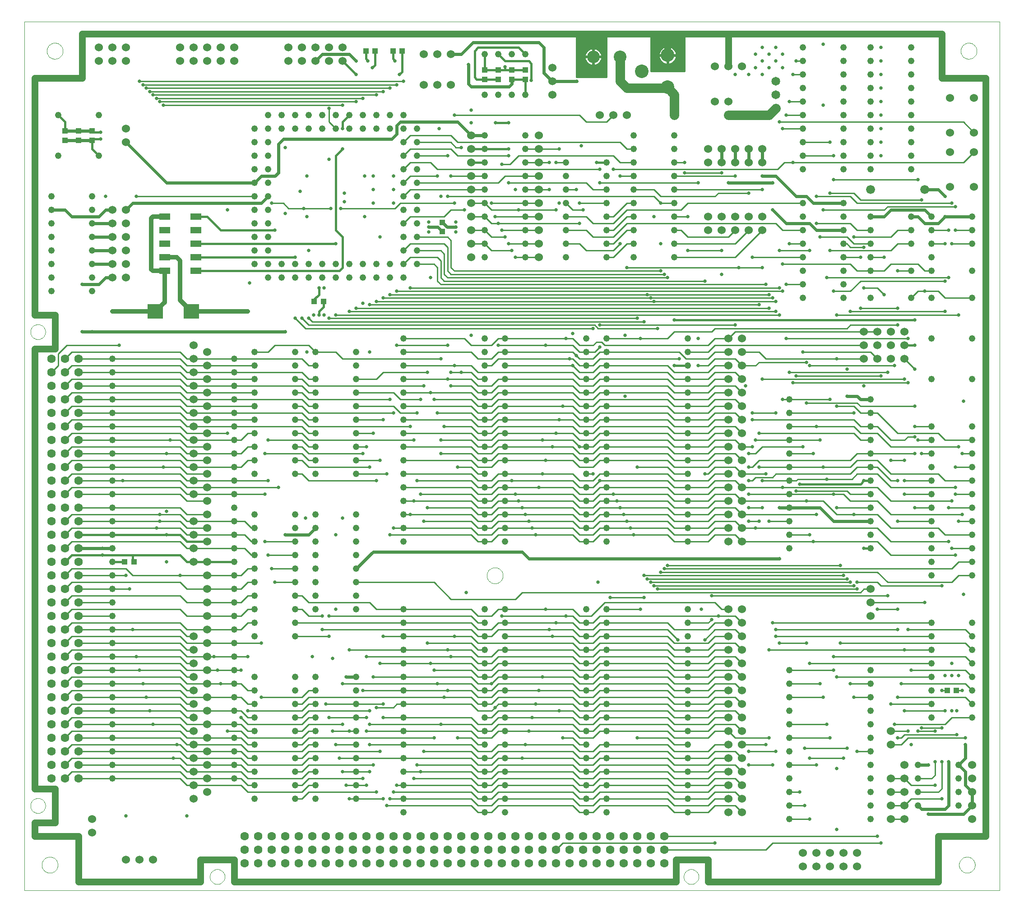
<source format=gtl>
G75*
%MOIN*%
%OFA0B0*%
%FSLAX24Y24*%
%IPPOS*%
%LPD*%
%AMOC8*
5,1,8,0,0,1.08239X$1,22.5*
%
%ADD10C,0.0000*%
%ADD11C,0.0480*%
%ADD12C,0.0600*%
%ADD13C,0.0630*%
%ADD14C,0.0650*%
%ADD15C,0.0660*%
%ADD16C,0.1000*%
%ADD17R,0.0413X0.0425*%
%ADD18R,0.0425X0.0413*%
%ADD19R,0.0394X0.0433*%
%ADD20R,0.1161X0.1063*%
%ADD21R,0.0800X0.0500*%
%ADD22C,0.0937*%
%ADD23C,0.0500*%
%ADD24C,0.0240*%
%ADD25C,0.0250*%
%ADD26C,0.0100*%
%ADD27C,0.0160*%
%ADD28C,0.0320*%
%ADD29C,0.0700*%
D10*
X003500Y003500D02*
X003500Y067673D01*
X075547Y067673D01*
X075547Y003500D01*
X003500Y003500D01*
X004784Y005375D02*
X004786Y005423D01*
X004792Y005471D01*
X004802Y005518D01*
X004815Y005564D01*
X004833Y005609D01*
X004853Y005653D01*
X004878Y005695D01*
X004906Y005734D01*
X004936Y005771D01*
X004970Y005805D01*
X005007Y005837D01*
X005045Y005866D01*
X005086Y005891D01*
X005129Y005913D01*
X005174Y005931D01*
X005220Y005945D01*
X005267Y005956D01*
X005315Y005963D01*
X005363Y005966D01*
X005411Y005965D01*
X005459Y005960D01*
X005507Y005951D01*
X005553Y005939D01*
X005598Y005922D01*
X005642Y005902D01*
X005684Y005879D01*
X005724Y005852D01*
X005762Y005822D01*
X005797Y005789D01*
X005829Y005753D01*
X005859Y005715D01*
X005885Y005674D01*
X005907Y005631D01*
X005927Y005587D01*
X005942Y005542D01*
X005954Y005495D01*
X005962Y005447D01*
X005966Y005399D01*
X005966Y005351D01*
X005962Y005303D01*
X005954Y005255D01*
X005942Y005208D01*
X005927Y005163D01*
X005907Y005119D01*
X005885Y005076D01*
X005859Y005035D01*
X005829Y004997D01*
X005797Y004961D01*
X005762Y004928D01*
X005724Y004898D01*
X005684Y004871D01*
X005642Y004848D01*
X005598Y004828D01*
X005553Y004811D01*
X005507Y004799D01*
X005459Y004790D01*
X005411Y004785D01*
X005363Y004784D01*
X005315Y004787D01*
X005267Y004794D01*
X005220Y004805D01*
X005174Y004819D01*
X005129Y004837D01*
X005086Y004859D01*
X005045Y004884D01*
X005007Y004913D01*
X004970Y004945D01*
X004936Y004979D01*
X004906Y005016D01*
X004878Y005055D01*
X004853Y005097D01*
X004833Y005141D01*
X004815Y005186D01*
X004802Y005232D01*
X004792Y005279D01*
X004786Y005327D01*
X004784Y005375D01*
X003949Y009750D02*
X003951Y009797D01*
X003957Y009843D01*
X003967Y009889D01*
X003980Y009934D01*
X003998Y009977D01*
X004019Y010019D01*
X004043Y010059D01*
X004071Y010096D01*
X004102Y010131D01*
X004136Y010164D01*
X004172Y010193D01*
X004211Y010219D01*
X004252Y010242D01*
X004295Y010261D01*
X004339Y010277D01*
X004384Y010289D01*
X004430Y010297D01*
X004477Y010301D01*
X004523Y010301D01*
X004570Y010297D01*
X004616Y010289D01*
X004661Y010277D01*
X004705Y010261D01*
X004748Y010242D01*
X004789Y010219D01*
X004828Y010193D01*
X004864Y010164D01*
X004898Y010131D01*
X004929Y010096D01*
X004957Y010059D01*
X004981Y010019D01*
X005002Y009977D01*
X005020Y009934D01*
X005033Y009889D01*
X005043Y009843D01*
X005049Y009797D01*
X005051Y009750D01*
X005049Y009703D01*
X005043Y009657D01*
X005033Y009611D01*
X005020Y009566D01*
X005002Y009523D01*
X004981Y009481D01*
X004957Y009441D01*
X004929Y009404D01*
X004898Y009369D01*
X004864Y009336D01*
X004828Y009307D01*
X004789Y009281D01*
X004748Y009258D01*
X004705Y009239D01*
X004661Y009223D01*
X004616Y009211D01*
X004570Y009203D01*
X004523Y009199D01*
X004477Y009199D01*
X004430Y009203D01*
X004384Y009211D01*
X004339Y009223D01*
X004295Y009239D01*
X004252Y009258D01*
X004211Y009281D01*
X004172Y009307D01*
X004136Y009336D01*
X004102Y009369D01*
X004071Y009404D01*
X004043Y009441D01*
X004019Y009481D01*
X003998Y009523D01*
X003980Y009566D01*
X003967Y009611D01*
X003957Y009657D01*
X003951Y009703D01*
X003949Y009750D01*
X017199Y004500D02*
X017201Y004547D01*
X017207Y004593D01*
X017217Y004639D01*
X017230Y004684D01*
X017248Y004727D01*
X017269Y004769D01*
X017293Y004809D01*
X017321Y004846D01*
X017352Y004881D01*
X017386Y004914D01*
X017422Y004943D01*
X017461Y004969D01*
X017502Y004992D01*
X017545Y005011D01*
X017589Y005027D01*
X017634Y005039D01*
X017680Y005047D01*
X017727Y005051D01*
X017773Y005051D01*
X017820Y005047D01*
X017866Y005039D01*
X017911Y005027D01*
X017955Y005011D01*
X017998Y004992D01*
X018039Y004969D01*
X018078Y004943D01*
X018114Y004914D01*
X018148Y004881D01*
X018179Y004846D01*
X018207Y004809D01*
X018231Y004769D01*
X018252Y004727D01*
X018270Y004684D01*
X018283Y004639D01*
X018293Y004593D01*
X018299Y004547D01*
X018301Y004500D01*
X018299Y004453D01*
X018293Y004407D01*
X018283Y004361D01*
X018270Y004316D01*
X018252Y004273D01*
X018231Y004231D01*
X018207Y004191D01*
X018179Y004154D01*
X018148Y004119D01*
X018114Y004086D01*
X018078Y004057D01*
X018039Y004031D01*
X017998Y004008D01*
X017955Y003989D01*
X017911Y003973D01*
X017866Y003961D01*
X017820Y003953D01*
X017773Y003949D01*
X017727Y003949D01*
X017680Y003953D01*
X017634Y003961D01*
X017589Y003973D01*
X017545Y003989D01*
X017502Y004008D01*
X017461Y004031D01*
X017422Y004057D01*
X017386Y004086D01*
X017352Y004119D01*
X017321Y004154D01*
X017293Y004191D01*
X017269Y004231D01*
X017248Y004273D01*
X017230Y004316D01*
X017217Y004361D01*
X017207Y004407D01*
X017201Y004453D01*
X017199Y004500D01*
X037659Y026750D02*
X037661Y026798D01*
X037667Y026846D01*
X037677Y026893D01*
X037690Y026939D01*
X037708Y026984D01*
X037728Y027028D01*
X037753Y027070D01*
X037781Y027109D01*
X037811Y027146D01*
X037845Y027180D01*
X037882Y027212D01*
X037920Y027241D01*
X037961Y027266D01*
X038004Y027288D01*
X038049Y027306D01*
X038095Y027320D01*
X038142Y027331D01*
X038190Y027338D01*
X038238Y027341D01*
X038286Y027340D01*
X038334Y027335D01*
X038382Y027326D01*
X038428Y027314D01*
X038473Y027297D01*
X038517Y027277D01*
X038559Y027254D01*
X038599Y027227D01*
X038637Y027197D01*
X038672Y027164D01*
X038704Y027128D01*
X038734Y027090D01*
X038760Y027049D01*
X038782Y027006D01*
X038802Y026962D01*
X038817Y026917D01*
X038829Y026870D01*
X038837Y026822D01*
X038841Y026774D01*
X038841Y026726D01*
X038837Y026678D01*
X038829Y026630D01*
X038817Y026583D01*
X038802Y026538D01*
X038782Y026494D01*
X038760Y026451D01*
X038734Y026410D01*
X038704Y026372D01*
X038672Y026336D01*
X038637Y026303D01*
X038599Y026273D01*
X038559Y026246D01*
X038517Y026223D01*
X038473Y026203D01*
X038428Y026186D01*
X038382Y026174D01*
X038334Y026165D01*
X038286Y026160D01*
X038238Y026159D01*
X038190Y026162D01*
X038142Y026169D01*
X038095Y026180D01*
X038049Y026194D01*
X038004Y026212D01*
X037961Y026234D01*
X037920Y026259D01*
X037882Y026288D01*
X037845Y026320D01*
X037811Y026354D01*
X037781Y026391D01*
X037753Y026430D01*
X037728Y026472D01*
X037708Y026516D01*
X037690Y026561D01*
X037677Y026607D01*
X037667Y026654D01*
X037661Y026702D01*
X037659Y026750D01*
X052199Y004500D02*
X052201Y004547D01*
X052207Y004593D01*
X052217Y004639D01*
X052230Y004684D01*
X052248Y004727D01*
X052269Y004769D01*
X052293Y004809D01*
X052321Y004846D01*
X052352Y004881D01*
X052386Y004914D01*
X052422Y004943D01*
X052461Y004969D01*
X052502Y004992D01*
X052545Y005011D01*
X052589Y005027D01*
X052634Y005039D01*
X052680Y005047D01*
X052727Y005051D01*
X052773Y005051D01*
X052820Y005047D01*
X052866Y005039D01*
X052911Y005027D01*
X052955Y005011D01*
X052998Y004992D01*
X053039Y004969D01*
X053078Y004943D01*
X053114Y004914D01*
X053148Y004881D01*
X053179Y004846D01*
X053207Y004809D01*
X053231Y004769D01*
X053252Y004727D01*
X053270Y004684D01*
X053283Y004639D01*
X053293Y004593D01*
X053299Y004547D01*
X053301Y004500D01*
X053299Y004453D01*
X053293Y004407D01*
X053283Y004361D01*
X053270Y004316D01*
X053252Y004273D01*
X053231Y004231D01*
X053207Y004191D01*
X053179Y004154D01*
X053148Y004119D01*
X053114Y004086D01*
X053078Y004057D01*
X053039Y004031D01*
X052998Y004008D01*
X052955Y003989D01*
X052911Y003973D01*
X052866Y003961D01*
X052820Y003953D01*
X052773Y003949D01*
X052727Y003949D01*
X052680Y003953D01*
X052634Y003961D01*
X052589Y003973D01*
X052545Y003989D01*
X052502Y004008D01*
X052461Y004031D01*
X052422Y004057D01*
X052386Y004086D01*
X052352Y004119D01*
X052321Y004154D01*
X052293Y004191D01*
X052269Y004231D01*
X052248Y004273D01*
X052230Y004316D01*
X052217Y004361D01*
X052207Y004407D01*
X052201Y004453D01*
X052199Y004500D01*
X072534Y005375D02*
X072536Y005423D01*
X072542Y005471D01*
X072552Y005518D01*
X072565Y005564D01*
X072583Y005609D01*
X072603Y005653D01*
X072628Y005695D01*
X072656Y005734D01*
X072686Y005771D01*
X072720Y005805D01*
X072757Y005837D01*
X072795Y005866D01*
X072836Y005891D01*
X072879Y005913D01*
X072924Y005931D01*
X072970Y005945D01*
X073017Y005956D01*
X073065Y005963D01*
X073113Y005966D01*
X073161Y005965D01*
X073209Y005960D01*
X073257Y005951D01*
X073303Y005939D01*
X073348Y005922D01*
X073392Y005902D01*
X073434Y005879D01*
X073474Y005852D01*
X073512Y005822D01*
X073547Y005789D01*
X073579Y005753D01*
X073609Y005715D01*
X073635Y005674D01*
X073657Y005631D01*
X073677Y005587D01*
X073692Y005542D01*
X073704Y005495D01*
X073712Y005447D01*
X073716Y005399D01*
X073716Y005351D01*
X073712Y005303D01*
X073704Y005255D01*
X073692Y005208D01*
X073677Y005163D01*
X073657Y005119D01*
X073635Y005076D01*
X073609Y005035D01*
X073579Y004997D01*
X073547Y004961D01*
X073512Y004928D01*
X073474Y004898D01*
X073434Y004871D01*
X073392Y004848D01*
X073348Y004828D01*
X073303Y004811D01*
X073257Y004799D01*
X073209Y004790D01*
X073161Y004785D01*
X073113Y004784D01*
X073065Y004787D01*
X073017Y004794D01*
X072970Y004805D01*
X072924Y004819D01*
X072879Y004837D01*
X072836Y004859D01*
X072795Y004884D01*
X072757Y004913D01*
X072720Y004945D01*
X072686Y004979D01*
X072656Y005016D01*
X072628Y005055D01*
X072603Y005097D01*
X072583Y005141D01*
X072565Y005186D01*
X072552Y005232D01*
X072542Y005279D01*
X072536Y005327D01*
X072534Y005375D01*
X072659Y065500D02*
X072661Y065548D01*
X072667Y065596D01*
X072677Y065643D01*
X072690Y065689D01*
X072708Y065734D01*
X072728Y065778D01*
X072753Y065820D01*
X072781Y065859D01*
X072811Y065896D01*
X072845Y065930D01*
X072882Y065962D01*
X072920Y065991D01*
X072961Y066016D01*
X073004Y066038D01*
X073049Y066056D01*
X073095Y066070D01*
X073142Y066081D01*
X073190Y066088D01*
X073238Y066091D01*
X073286Y066090D01*
X073334Y066085D01*
X073382Y066076D01*
X073428Y066064D01*
X073473Y066047D01*
X073517Y066027D01*
X073559Y066004D01*
X073599Y065977D01*
X073637Y065947D01*
X073672Y065914D01*
X073704Y065878D01*
X073734Y065840D01*
X073760Y065799D01*
X073782Y065756D01*
X073802Y065712D01*
X073817Y065667D01*
X073829Y065620D01*
X073837Y065572D01*
X073841Y065524D01*
X073841Y065476D01*
X073837Y065428D01*
X073829Y065380D01*
X073817Y065333D01*
X073802Y065288D01*
X073782Y065244D01*
X073760Y065201D01*
X073734Y065160D01*
X073704Y065122D01*
X073672Y065086D01*
X073637Y065053D01*
X073599Y065023D01*
X073559Y064996D01*
X073517Y064973D01*
X073473Y064953D01*
X073428Y064936D01*
X073382Y064924D01*
X073334Y064915D01*
X073286Y064910D01*
X073238Y064909D01*
X073190Y064912D01*
X073142Y064919D01*
X073095Y064930D01*
X073049Y064944D01*
X073004Y064962D01*
X072961Y064984D01*
X072920Y065009D01*
X072882Y065038D01*
X072845Y065070D01*
X072811Y065104D01*
X072781Y065141D01*
X072753Y065180D01*
X072728Y065222D01*
X072708Y065266D01*
X072690Y065311D01*
X072677Y065357D01*
X072667Y065404D01*
X072661Y065452D01*
X072659Y065500D01*
X005159Y065500D02*
X005161Y065548D01*
X005167Y065596D01*
X005177Y065643D01*
X005190Y065689D01*
X005208Y065734D01*
X005228Y065778D01*
X005253Y065820D01*
X005281Y065859D01*
X005311Y065896D01*
X005345Y065930D01*
X005382Y065962D01*
X005420Y065991D01*
X005461Y066016D01*
X005504Y066038D01*
X005549Y066056D01*
X005595Y066070D01*
X005642Y066081D01*
X005690Y066088D01*
X005738Y066091D01*
X005786Y066090D01*
X005834Y066085D01*
X005882Y066076D01*
X005928Y066064D01*
X005973Y066047D01*
X006017Y066027D01*
X006059Y066004D01*
X006099Y065977D01*
X006137Y065947D01*
X006172Y065914D01*
X006204Y065878D01*
X006234Y065840D01*
X006260Y065799D01*
X006282Y065756D01*
X006302Y065712D01*
X006317Y065667D01*
X006329Y065620D01*
X006337Y065572D01*
X006341Y065524D01*
X006341Y065476D01*
X006337Y065428D01*
X006329Y065380D01*
X006317Y065333D01*
X006302Y065288D01*
X006282Y065244D01*
X006260Y065201D01*
X006234Y065160D01*
X006204Y065122D01*
X006172Y065086D01*
X006137Y065053D01*
X006099Y065023D01*
X006059Y064996D01*
X006017Y064973D01*
X005973Y064953D01*
X005928Y064936D01*
X005882Y064924D01*
X005834Y064915D01*
X005786Y064910D01*
X005738Y064909D01*
X005690Y064912D01*
X005642Y064919D01*
X005595Y064930D01*
X005549Y064944D01*
X005504Y064962D01*
X005461Y064984D01*
X005420Y065009D01*
X005382Y065038D01*
X005345Y065070D01*
X005311Y065104D01*
X005281Y065141D01*
X005253Y065180D01*
X005228Y065222D01*
X005208Y065266D01*
X005190Y065311D01*
X005177Y065357D01*
X005167Y065404D01*
X005161Y065452D01*
X005159Y065500D01*
X003949Y044750D02*
X003951Y044797D01*
X003957Y044843D01*
X003967Y044889D01*
X003980Y044934D01*
X003998Y044977D01*
X004019Y045019D01*
X004043Y045059D01*
X004071Y045096D01*
X004102Y045131D01*
X004136Y045164D01*
X004172Y045193D01*
X004211Y045219D01*
X004252Y045242D01*
X004295Y045261D01*
X004339Y045277D01*
X004384Y045289D01*
X004430Y045297D01*
X004477Y045301D01*
X004523Y045301D01*
X004570Y045297D01*
X004616Y045289D01*
X004661Y045277D01*
X004705Y045261D01*
X004748Y045242D01*
X004789Y045219D01*
X004828Y045193D01*
X004864Y045164D01*
X004898Y045131D01*
X004929Y045096D01*
X004957Y045059D01*
X004981Y045019D01*
X005002Y044977D01*
X005020Y044934D01*
X005033Y044889D01*
X005043Y044843D01*
X005049Y044797D01*
X005051Y044750D01*
X005049Y044703D01*
X005043Y044657D01*
X005033Y044611D01*
X005020Y044566D01*
X005002Y044523D01*
X004981Y044481D01*
X004957Y044441D01*
X004929Y044404D01*
X004898Y044369D01*
X004864Y044336D01*
X004828Y044307D01*
X004789Y044281D01*
X004748Y044258D01*
X004705Y044239D01*
X004661Y044223D01*
X004616Y044211D01*
X004570Y044203D01*
X004523Y044199D01*
X004477Y044199D01*
X004430Y044203D01*
X004384Y044211D01*
X004339Y044223D01*
X004295Y044239D01*
X004252Y044258D01*
X004211Y044281D01*
X004172Y044307D01*
X004136Y044336D01*
X004102Y044369D01*
X004071Y044404D01*
X004043Y044441D01*
X004019Y044481D01*
X003998Y044523D01*
X003980Y044566D01*
X003967Y044611D01*
X003957Y044657D01*
X003951Y044703D01*
X003949Y044750D01*
D11*
X005500Y047750D03*
X005500Y048750D03*
X005500Y049750D03*
X005500Y050750D03*
X005500Y051750D03*
X005500Y052750D03*
X005500Y053750D03*
X005500Y054750D03*
X008500Y054750D03*
X008500Y053750D03*
X008500Y052750D03*
X008500Y051750D03*
X008500Y050750D03*
X008500Y049750D03*
X008500Y048750D03*
X008500Y047750D03*
X010000Y042750D03*
X010000Y041750D03*
X010000Y040750D03*
X010000Y039750D03*
X010000Y038750D03*
X010000Y037750D03*
X010000Y036750D03*
X010000Y035750D03*
X010000Y034750D03*
X010000Y033750D03*
X010000Y032750D03*
X010000Y031750D03*
X010000Y030750D03*
X010000Y029750D03*
X010000Y028750D03*
X010000Y027750D03*
X010000Y026750D03*
X010000Y025750D03*
X010000Y024750D03*
X010000Y023750D03*
X010000Y022750D03*
X010000Y021750D03*
X010000Y020750D03*
X010000Y019750D03*
X010000Y018750D03*
X010000Y017750D03*
X010000Y016750D03*
X010000Y015750D03*
X010000Y014750D03*
X010000Y013750D03*
X010000Y012750D03*
X010000Y011750D03*
X019000Y011750D03*
X019000Y012750D03*
X019000Y013750D03*
X019000Y014750D03*
X019000Y015750D03*
X019000Y016750D03*
X019000Y017750D03*
X019000Y018750D03*
X019000Y019750D03*
X019000Y020750D03*
X019000Y021750D03*
X019000Y022750D03*
X019000Y023750D03*
X019000Y024750D03*
X019000Y025750D03*
X019000Y026750D03*
X019000Y027750D03*
X019000Y028750D03*
X019000Y029750D03*
X019000Y030750D03*
X019000Y031750D03*
X019000Y032750D03*
X019000Y033750D03*
X019000Y034750D03*
X019000Y035750D03*
X019000Y036750D03*
X019000Y037750D03*
X019000Y038750D03*
X019000Y039750D03*
X019000Y040750D03*
X019000Y041750D03*
X019000Y042750D03*
X020500Y042250D03*
X020500Y041250D03*
X020500Y040250D03*
X020500Y039250D03*
X020500Y038250D03*
X020500Y037250D03*
X020500Y036250D03*
X020500Y035250D03*
X020500Y034250D03*
X023500Y034250D03*
X023500Y035250D03*
X023500Y036250D03*
X023500Y037250D03*
X023500Y038250D03*
X023500Y039250D03*
X023500Y040250D03*
X023500Y041250D03*
X023500Y042250D03*
X023500Y043250D03*
X025000Y043250D03*
X025000Y042250D03*
X025000Y041250D03*
X025000Y040250D03*
X025000Y039250D03*
X025000Y038250D03*
X025000Y037250D03*
X025000Y036250D03*
X025000Y035250D03*
X025000Y034250D03*
X028000Y034250D03*
X028000Y035250D03*
X028000Y036250D03*
X028000Y037250D03*
X028000Y038250D03*
X028000Y039250D03*
X028000Y040250D03*
X028000Y041250D03*
X028000Y042250D03*
X028000Y043250D03*
X031500Y043250D03*
X031500Y044250D03*
X031500Y042250D03*
X031500Y041250D03*
X031500Y040250D03*
X031500Y039250D03*
X031500Y038250D03*
X031500Y037250D03*
X031500Y036250D03*
X031500Y035250D03*
X031500Y034250D03*
X031500Y033250D03*
X031500Y032250D03*
X031500Y031250D03*
X031500Y030250D03*
X031500Y029250D03*
X028000Y029250D03*
X028000Y028250D03*
X028000Y027250D03*
X028000Y026250D03*
X028000Y025250D03*
X028000Y024250D03*
X025000Y024250D03*
X025000Y025250D03*
X025000Y026250D03*
X025000Y027250D03*
X025000Y028250D03*
X025000Y029250D03*
X025000Y030250D03*
X025000Y031250D03*
X023500Y031250D03*
X023500Y030250D03*
X023500Y029250D03*
X023500Y028250D03*
X023500Y027250D03*
X023500Y026250D03*
X023500Y025250D03*
X023500Y024250D03*
X023500Y023250D03*
X023500Y022250D03*
X023500Y019250D03*
X023500Y018250D03*
X023500Y017250D03*
X023500Y016250D03*
X023500Y015250D03*
X023500Y014250D03*
X023500Y013250D03*
X023500Y012250D03*
X023500Y011250D03*
X023500Y010250D03*
X025000Y010250D03*
X025000Y011250D03*
X025000Y012250D03*
X025000Y013250D03*
X025000Y014250D03*
X025000Y015250D03*
X025000Y016250D03*
X025000Y017250D03*
X025000Y018250D03*
X025000Y019250D03*
X028000Y019250D03*
X028000Y018250D03*
X028000Y017250D03*
X028000Y016250D03*
X028000Y015250D03*
X028000Y014250D03*
X028000Y013250D03*
X028000Y012250D03*
X028000Y011250D03*
X028000Y010250D03*
X031500Y010250D03*
X031500Y009250D03*
X031500Y011250D03*
X031500Y012250D03*
X031500Y013250D03*
X031500Y014250D03*
X031500Y015250D03*
X031500Y016250D03*
X031500Y017250D03*
X031500Y018250D03*
X031500Y019250D03*
X031500Y020250D03*
X031500Y021250D03*
X031500Y022250D03*
X031500Y023250D03*
X031500Y024250D03*
X037500Y024250D03*
X037500Y023250D03*
X037500Y022250D03*
X037500Y021250D03*
X037500Y020250D03*
X037500Y019250D03*
X037500Y018250D03*
X037500Y017250D03*
X037500Y016250D03*
X037500Y015250D03*
X037500Y014250D03*
X037500Y013250D03*
X037500Y012250D03*
X037500Y011250D03*
X037500Y010250D03*
X037500Y009250D03*
X039000Y009250D03*
X039000Y010250D03*
X039000Y011250D03*
X039000Y012250D03*
X039000Y013250D03*
X039000Y014250D03*
X039000Y015250D03*
X039000Y016250D03*
X039000Y017250D03*
X039000Y018250D03*
X039000Y019250D03*
X039000Y020250D03*
X039000Y021250D03*
X039000Y022250D03*
X039000Y023250D03*
X039000Y024250D03*
X039000Y029250D03*
X039000Y030250D03*
X039000Y031250D03*
X039000Y032250D03*
X039000Y033250D03*
X039000Y034250D03*
X039000Y035250D03*
X039000Y036250D03*
X039000Y037250D03*
X039000Y038250D03*
X039000Y039250D03*
X039000Y040250D03*
X039000Y041250D03*
X039000Y042250D03*
X039000Y043250D03*
X039000Y044250D03*
X037500Y044250D03*
X037500Y043250D03*
X037500Y042250D03*
X037500Y041250D03*
X037500Y040250D03*
X037500Y039250D03*
X037500Y038250D03*
X037500Y037250D03*
X037500Y036250D03*
X037500Y035250D03*
X037500Y034250D03*
X037500Y033250D03*
X037500Y032250D03*
X037500Y031250D03*
X037500Y030250D03*
X037500Y029250D03*
X045000Y029250D03*
X045000Y030250D03*
X045000Y031250D03*
X045000Y032250D03*
X045000Y033250D03*
X045000Y034250D03*
X045000Y035250D03*
X045000Y036250D03*
X045000Y037250D03*
X045000Y038250D03*
X045000Y039250D03*
X045000Y040250D03*
X045000Y041250D03*
X045000Y042250D03*
X045000Y043250D03*
X045000Y044250D03*
X046500Y044250D03*
X046500Y043250D03*
X046500Y042250D03*
X046500Y041250D03*
X046500Y040250D03*
X046500Y039250D03*
X046500Y038250D03*
X046500Y037250D03*
X046500Y036250D03*
X046500Y035250D03*
X046500Y034250D03*
X046500Y033250D03*
X046500Y032250D03*
X046500Y031250D03*
X046500Y030250D03*
X046500Y029250D03*
X046500Y024250D03*
X046500Y023250D03*
X046500Y022250D03*
X046500Y021250D03*
X046500Y020250D03*
X046500Y019250D03*
X046500Y018250D03*
X046500Y017250D03*
X046500Y016250D03*
X046500Y015250D03*
X046500Y014250D03*
X046500Y013250D03*
X046500Y012250D03*
X046500Y011250D03*
X046500Y010250D03*
X046500Y009250D03*
X045000Y009250D03*
X045000Y010250D03*
X045000Y011250D03*
X045000Y012250D03*
X045000Y013250D03*
X045000Y014250D03*
X045000Y015250D03*
X045000Y016250D03*
X045000Y017250D03*
X045000Y018250D03*
X045000Y019250D03*
X045000Y020250D03*
X045000Y021250D03*
X045000Y022250D03*
X045000Y023250D03*
X045000Y024250D03*
X052500Y024250D03*
X052500Y023250D03*
X052500Y022250D03*
X052500Y021250D03*
X052500Y020250D03*
X052500Y019250D03*
X052500Y018250D03*
X052500Y017250D03*
X052500Y016250D03*
X052500Y015250D03*
X052500Y014250D03*
X052500Y013250D03*
X052500Y012250D03*
X052500Y011250D03*
X052500Y010250D03*
X052500Y009250D03*
X060000Y008750D03*
X060000Y009750D03*
X060000Y010750D03*
X060000Y011750D03*
X060000Y012750D03*
X060000Y013750D03*
X060000Y014750D03*
X060000Y015750D03*
X060000Y016750D03*
X060000Y017750D03*
X060000Y018750D03*
X060000Y019750D03*
X066000Y019750D03*
X066000Y018750D03*
X066000Y017750D03*
X066000Y016750D03*
X066000Y015750D03*
X066000Y014750D03*
X066000Y013750D03*
X066000Y012750D03*
X066000Y011750D03*
X066000Y010750D03*
X066000Y009750D03*
X066000Y008750D03*
X069500Y009750D03*
X069500Y010750D03*
X069500Y011750D03*
X069500Y012750D03*
X072500Y012750D03*
X072500Y011750D03*
X072500Y010750D03*
X072500Y009750D03*
X073500Y016250D03*
X073500Y017250D03*
X073500Y018250D03*
X073500Y019250D03*
X073500Y020250D03*
X073500Y021250D03*
X073500Y022250D03*
X073500Y023250D03*
X070500Y023250D03*
X070500Y022250D03*
X070500Y021250D03*
X070500Y020250D03*
X070500Y019250D03*
X070500Y018250D03*
X070500Y017250D03*
X070500Y016250D03*
X070500Y026750D03*
X070500Y027750D03*
X070500Y028750D03*
X070500Y029750D03*
X070500Y030750D03*
X070500Y031750D03*
X070500Y032750D03*
X070500Y033750D03*
X070500Y034750D03*
X070500Y035750D03*
X070500Y036750D03*
X070500Y037750D03*
X073500Y037750D03*
X073500Y036750D03*
X073500Y035750D03*
X073500Y034750D03*
X073500Y033750D03*
X073500Y032750D03*
X073500Y031750D03*
X073500Y030750D03*
X073500Y029750D03*
X073500Y028750D03*
X073500Y027750D03*
X073500Y026750D03*
X066000Y028750D03*
X066000Y029750D03*
X066000Y030750D03*
X066000Y031750D03*
X066000Y032750D03*
X066000Y033750D03*
X066000Y034750D03*
X066000Y035750D03*
X066000Y036750D03*
X066000Y037750D03*
X066000Y038750D03*
X066000Y039750D03*
X070500Y041250D03*
X070500Y044250D03*
X073500Y044250D03*
X073500Y041250D03*
X073500Y047250D03*
X073500Y049250D03*
X073500Y051250D03*
X073500Y052250D03*
X073500Y053250D03*
X070500Y053250D03*
X070500Y052250D03*
X070500Y051250D03*
X070500Y050250D03*
X070500Y049250D03*
X069000Y049250D03*
X069000Y051250D03*
X069000Y052250D03*
X069000Y053250D03*
X066000Y053250D03*
X066000Y052250D03*
X066000Y051250D03*
X066000Y050250D03*
X066000Y049250D03*
X066000Y047250D03*
X064000Y047250D03*
X064000Y048250D03*
X064000Y049250D03*
X064000Y050250D03*
X064000Y051250D03*
X064000Y052250D03*
X064000Y053250D03*
X064000Y054250D03*
X064000Y056750D03*
X064000Y057750D03*
X064000Y058750D03*
X064000Y059750D03*
X064000Y060750D03*
X064000Y061750D03*
X064000Y062750D03*
X064000Y063750D03*
X064000Y064750D03*
X064000Y065750D03*
X066000Y065750D03*
X066000Y064750D03*
X066000Y063750D03*
X066000Y062750D03*
X066000Y061750D03*
X066000Y060750D03*
X066000Y059750D03*
X066000Y058750D03*
X066000Y057750D03*
X066000Y056750D03*
X069000Y056750D03*
X069000Y057750D03*
X069000Y058750D03*
X069000Y059750D03*
X069000Y060750D03*
X069000Y061750D03*
X069000Y062750D03*
X069000Y063750D03*
X069000Y064750D03*
X069000Y065750D03*
X061000Y065750D03*
X061000Y064750D03*
X061000Y063750D03*
X061000Y062750D03*
X061000Y061750D03*
X061000Y060750D03*
X061000Y059750D03*
X061000Y058750D03*
X061000Y057750D03*
X061000Y056750D03*
X061000Y054250D03*
X061000Y053250D03*
X061000Y052250D03*
X061000Y051250D03*
X061000Y050250D03*
X061000Y049250D03*
X061000Y048250D03*
X061000Y047250D03*
X060000Y039750D03*
X060000Y038750D03*
X060000Y037750D03*
X060000Y036750D03*
X060000Y035750D03*
X060000Y034750D03*
X060000Y033750D03*
X060000Y032750D03*
X060000Y031750D03*
X060000Y030750D03*
X060000Y029750D03*
X060000Y028750D03*
X052500Y029250D03*
X052500Y030250D03*
X052500Y031250D03*
X052500Y032250D03*
X052500Y033250D03*
X052500Y034250D03*
X052500Y035250D03*
X052500Y036250D03*
X052500Y037250D03*
X052500Y038250D03*
X052500Y039250D03*
X052500Y040250D03*
X052500Y041250D03*
X052500Y042250D03*
X052500Y043250D03*
X052500Y044250D03*
X051500Y050250D03*
X051500Y051250D03*
X051500Y052250D03*
X051500Y053250D03*
X051500Y054250D03*
X051500Y055250D03*
X051500Y056250D03*
X051500Y057250D03*
X051500Y058250D03*
X051500Y059250D03*
X048500Y059250D03*
X048500Y058250D03*
X048500Y057250D03*
X048500Y056250D03*
X048500Y055250D03*
X048500Y054250D03*
X048500Y053250D03*
X048500Y052250D03*
X048500Y051250D03*
X048500Y050250D03*
X046500Y050250D03*
X046500Y051250D03*
X046500Y052250D03*
X046500Y053250D03*
X046500Y054250D03*
X046500Y055250D03*
X046500Y056250D03*
X046500Y057250D03*
X043500Y057250D03*
X043500Y056250D03*
X043500Y055250D03*
X043500Y054250D03*
X043500Y053250D03*
X043500Y052250D03*
X043500Y051250D03*
X043500Y050250D03*
X040500Y050250D03*
X040500Y051250D03*
X040500Y052250D03*
X040500Y053250D03*
X040500Y054250D03*
X040500Y055250D03*
X040500Y056250D03*
X040500Y057250D03*
X040500Y058250D03*
X040500Y059250D03*
X037500Y059250D03*
X037500Y058250D03*
X037500Y057250D03*
X037500Y056250D03*
X037500Y055250D03*
X037500Y054250D03*
X037500Y053250D03*
X037500Y052250D03*
X037500Y051250D03*
X037500Y050250D03*
X032500Y049750D03*
X031500Y049750D03*
X031500Y048750D03*
X030500Y048750D03*
X030500Y049750D03*
X029500Y049750D03*
X029500Y048750D03*
X028500Y048750D03*
X028500Y049750D03*
X027500Y049750D03*
X027500Y048750D03*
X026500Y048750D03*
X026500Y049750D03*
X025500Y049750D03*
X025500Y048750D03*
X024500Y048750D03*
X024500Y049750D03*
X023500Y049750D03*
X023500Y048750D03*
X022500Y048750D03*
X022500Y049750D03*
X021500Y049750D03*
X021500Y048750D03*
X020500Y049750D03*
X020500Y050750D03*
X020500Y051750D03*
X021500Y051750D03*
X021500Y050750D03*
X021500Y052750D03*
X021500Y053750D03*
X020500Y053750D03*
X020500Y052750D03*
X020500Y054750D03*
X020500Y055750D03*
X021500Y055750D03*
X021500Y054750D03*
X021500Y056750D03*
X021500Y057750D03*
X021500Y058750D03*
X020500Y058750D03*
X020500Y057750D03*
X020500Y056750D03*
X020500Y059750D03*
X021500Y059750D03*
X021500Y060750D03*
X022500Y060750D03*
X022500Y059750D03*
X023500Y059750D03*
X023500Y060750D03*
X024500Y060750D03*
X024500Y059750D03*
X025500Y059750D03*
X025500Y060750D03*
X026500Y060750D03*
X026500Y059750D03*
X027500Y059750D03*
X027500Y060750D03*
X028500Y060750D03*
X028500Y059750D03*
X029500Y059750D03*
X029500Y060750D03*
X030500Y060750D03*
X030500Y059750D03*
X031500Y059750D03*
X031500Y060750D03*
X032500Y059750D03*
X032500Y058750D03*
X032500Y057750D03*
X032500Y056750D03*
X031500Y056750D03*
X031500Y057750D03*
X031500Y058750D03*
X031500Y055750D03*
X031500Y054750D03*
X032500Y054750D03*
X032500Y055750D03*
X032500Y053750D03*
X032500Y052750D03*
X031500Y052750D03*
X031500Y053750D03*
X031500Y051750D03*
X031500Y050750D03*
X032500Y050750D03*
X032500Y051750D03*
X020500Y043250D03*
X020500Y031250D03*
X020500Y030250D03*
X020500Y029250D03*
X020500Y028250D03*
X020500Y027250D03*
X020500Y026250D03*
X020500Y025250D03*
X020500Y024250D03*
X020500Y023250D03*
X020500Y022250D03*
X020500Y019250D03*
X020500Y018250D03*
X020500Y017250D03*
X020500Y016250D03*
X020500Y015250D03*
X020500Y014250D03*
X020500Y013250D03*
X020500Y012250D03*
X020500Y011250D03*
X020500Y010250D03*
X028000Y030250D03*
X028000Y031250D03*
X009000Y057750D03*
X009000Y060750D03*
X006000Y060750D03*
X006000Y057750D03*
X037500Y062250D03*
X038500Y062250D03*
X039500Y062250D03*
X040500Y062250D03*
X040500Y065250D03*
X039500Y065250D03*
X038500Y065250D03*
X037500Y065250D03*
X069000Y047250D03*
X070500Y047250D03*
D12*
X068500Y044750D03*
X068500Y043750D03*
X067500Y043750D03*
X067500Y044750D03*
X066500Y044750D03*
X066500Y043750D03*
X065500Y043750D03*
X065500Y044750D03*
X065500Y042750D03*
X066500Y042750D03*
X067500Y042750D03*
X068500Y042750D03*
X058000Y052250D03*
X058000Y053250D03*
X057000Y053250D03*
X057000Y052250D03*
X056000Y052250D03*
X056000Y053250D03*
X055000Y053250D03*
X055000Y052250D03*
X054000Y052250D03*
X054000Y053250D03*
X054000Y057250D03*
X055000Y057250D03*
X055000Y058250D03*
X054000Y058250D03*
X056000Y058250D03*
X057000Y058250D03*
X058000Y058250D03*
X058000Y057250D03*
X057000Y057250D03*
X056000Y057250D03*
X055500Y061750D03*
X054500Y061750D03*
X054500Y064350D03*
X055500Y064350D03*
X056500Y064350D03*
X048000Y060750D03*
X047000Y060750D03*
X046000Y060750D03*
X042500Y062250D03*
X042500Y063250D03*
X042500Y064250D03*
X041500Y059250D03*
X041500Y058250D03*
X041500Y057250D03*
X041500Y056250D03*
X041500Y055250D03*
X041500Y054250D03*
X041500Y053250D03*
X041500Y052250D03*
X041500Y051250D03*
X041500Y050250D03*
X036500Y050250D03*
X036500Y051250D03*
X036500Y052250D03*
X036500Y053250D03*
X036500Y054250D03*
X036500Y055250D03*
X036500Y056250D03*
X036500Y057250D03*
X036500Y058250D03*
X036500Y059250D03*
X035000Y063000D03*
X034000Y063000D03*
X033000Y063000D03*
X033000Y065250D03*
X034000Y065250D03*
X035000Y065250D03*
X027000Y064750D03*
X026000Y064750D03*
X025000Y064750D03*
X025000Y065750D03*
X026000Y065750D03*
X027000Y065750D03*
X024000Y065750D03*
X023000Y065750D03*
X023000Y064750D03*
X024000Y064750D03*
X019000Y064750D03*
X019000Y065750D03*
X018000Y065750D03*
X017000Y065750D03*
X016000Y065750D03*
X016000Y064750D03*
X017000Y064750D03*
X018000Y064750D03*
X015000Y064750D03*
X015000Y065750D03*
X011000Y065750D03*
X010000Y065750D03*
X010000Y064750D03*
X011000Y064750D03*
X009000Y064750D03*
X009000Y065750D03*
X011000Y059750D03*
X011000Y058750D03*
X011000Y053750D03*
X011000Y052750D03*
X010000Y052750D03*
X010000Y053750D03*
X010000Y051750D03*
X010000Y050750D03*
X011000Y050750D03*
X011000Y051750D03*
X011000Y049750D03*
X011000Y048750D03*
X010000Y048750D03*
X010000Y049750D03*
X016000Y043750D03*
X017000Y043250D03*
X016000Y042750D03*
X016000Y041750D03*
X017000Y041250D03*
X017000Y042250D03*
X016000Y040750D03*
X016000Y039750D03*
X017000Y039250D03*
X017000Y040250D03*
X016000Y038750D03*
X016000Y037750D03*
X017000Y037250D03*
X017000Y036250D03*
X016000Y035750D03*
X016000Y036750D03*
X017000Y035250D03*
X017000Y034250D03*
X016000Y033750D03*
X016000Y034750D03*
X017000Y033250D03*
X017000Y032250D03*
X016000Y032750D03*
X017000Y031250D03*
X017000Y030250D03*
X016000Y029750D03*
X016000Y028750D03*
X017000Y029250D03*
X017000Y027750D03*
X017000Y026750D03*
X016000Y027750D03*
X017000Y025750D03*
X017000Y024750D03*
X017000Y023750D03*
X017000Y022750D03*
X016000Y022250D03*
X016000Y021250D03*
X017000Y020750D03*
X017000Y021750D03*
X016000Y020250D03*
X016000Y019250D03*
X017000Y018750D03*
X017000Y019750D03*
X016000Y018250D03*
X016000Y017250D03*
X017000Y016750D03*
X017000Y015750D03*
X016000Y015250D03*
X016000Y016250D03*
X017000Y014750D03*
X017000Y013750D03*
X016000Y013250D03*
X016000Y014250D03*
X017000Y012750D03*
X017000Y011750D03*
X016000Y011250D03*
X016000Y012250D03*
X017000Y010750D03*
X016000Y010250D03*
X013000Y005750D03*
X012000Y005750D03*
X011000Y005750D03*
X008500Y007750D03*
X008500Y008750D03*
X017000Y017750D03*
X016000Y030750D03*
X017000Y038250D03*
X055500Y038250D03*
X055500Y037250D03*
X055500Y036250D03*
X056500Y036250D03*
X056500Y037250D03*
X056500Y038250D03*
X056500Y039250D03*
X056500Y040250D03*
X055500Y040250D03*
X055500Y039250D03*
X055500Y041250D03*
X055500Y042250D03*
X056500Y042250D03*
X056500Y041250D03*
X056500Y043250D03*
X056500Y044250D03*
X055500Y044250D03*
X055500Y043250D03*
X055500Y035250D03*
X055500Y034250D03*
X056500Y034250D03*
X056500Y035250D03*
X056500Y033250D03*
X056500Y032250D03*
X055500Y032250D03*
X055500Y033250D03*
X055500Y031250D03*
X055500Y030250D03*
X056500Y030250D03*
X056500Y031250D03*
X056500Y029250D03*
X055500Y029250D03*
X055500Y024250D03*
X055500Y023250D03*
X056500Y023250D03*
X056500Y024250D03*
X056500Y022250D03*
X056500Y021250D03*
X055500Y021250D03*
X055500Y022250D03*
X055500Y020250D03*
X055500Y019250D03*
X056500Y019250D03*
X056500Y020250D03*
X056500Y018250D03*
X056500Y017250D03*
X055500Y017250D03*
X055500Y018250D03*
X055500Y016250D03*
X055500Y015250D03*
X056500Y015250D03*
X056500Y016250D03*
X056500Y014250D03*
X056500Y013250D03*
X055500Y013250D03*
X055500Y014250D03*
X055500Y012250D03*
X055500Y011250D03*
X056500Y011250D03*
X056500Y012250D03*
X056500Y010250D03*
X056500Y009250D03*
X055500Y009250D03*
X055500Y010250D03*
X061000Y006250D03*
X062000Y006250D03*
X062000Y005250D03*
X061000Y005250D03*
X063000Y005250D03*
X064000Y005250D03*
X065000Y005250D03*
X065000Y006250D03*
X064000Y006250D03*
X063000Y006250D03*
X067500Y008750D03*
X068500Y008750D03*
X068500Y009750D03*
X068500Y010750D03*
X067500Y010750D03*
X067500Y009750D03*
X067500Y011750D03*
X068500Y011750D03*
X068500Y012750D03*
X067500Y014250D03*
X067500Y015250D03*
X073500Y012750D03*
X073500Y011750D03*
X073500Y010750D03*
X073500Y009750D03*
X073500Y008750D03*
X066000Y023750D03*
X066000Y024750D03*
X066000Y025750D03*
X071860Y055470D03*
X073640Y055470D03*
X073640Y058030D03*
X073640Y059470D03*
X071860Y059470D03*
X071860Y058030D03*
X071860Y062030D03*
X073640Y062030D03*
D13*
X050750Y007500D03*
X050750Y006500D03*
X050750Y005500D03*
X049750Y005500D03*
X049750Y006500D03*
X049750Y007500D03*
X048750Y007500D03*
X048750Y006500D03*
X048750Y005500D03*
X047750Y005500D03*
X047750Y006500D03*
X047750Y007500D03*
X046750Y007500D03*
X046750Y006500D03*
X046750Y005500D03*
X045750Y005500D03*
X045750Y006500D03*
X045750Y007500D03*
X044750Y007500D03*
X044750Y006500D03*
X044750Y005500D03*
X043750Y005500D03*
X043750Y006500D03*
X043750Y007500D03*
X042750Y007500D03*
X042750Y006500D03*
X042750Y005500D03*
X041750Y005500D03*
X041750Y006500D03*
X041750Y007500D03*
X040750Y007500D03*
X040750Y006500D03*
X040750Y005500D03*
X039750Y005500D03*
X039750Y006500D03*
X039750Y007500D03*
X038750Y007500D03*
X038750Y006500D03*
X038750Y005500D03*
X037750Y005500D03*
X037750Y006500D03*
X037750Y007500D03*
X036750Y007500D03*
X036750Y006500D03*
X036750Y005500D03*
X035750Y005500D03*
X035750Y006500D03*
X035750Y007500D03*
X034750Y007500D03*
X034750Y006500D03*
X034750Y005500D03*
X033750Y005500D03*
X033750Y006500D03*
X033750Y007500D03*
X032750Y007500D03*
X032750Y006500D03*
X032750Y005500D03*
X031750Y005500D03*
X031750Y006500D03*
X031750Y007500D03*
X030750Y007500D03*
X030750Y006500D03*
X030750Y005500D03*
X029750Y005500D03*
X029750Y006500D03*
X029750Y007500D03*
X028750Y007500D03*
X028750Y006500D03*
X028750Y005500D03*
X027750Y005500D03*
X027750Y006500D03*
X027750Y007500D03*
X026750Y007500D03*
X026750Y006500D03*
X026750Y005500D03*
X025750Y005500D03*
X025750Y006500D03*
X025750Y007500D03*
X024750Y007500D03*
X024750Y006500D03*
X024750Y005500D03*
X023750Y005500D03*
X023750Y006500D03*
X023750Y007500D03*
X022750Y007500D03*
X022750Y006500D03*
X022750Y005500D03*
X021750Y005500D03*
X021750Y006500D03*
X021750Y007500D03*
X020750Y007500D03*
X020750Y006500D03*
X020750Y005500D03*
X019750Y005500D03*
X019750Y006500D03*
X019750Y007500D03*
X007500Y011750D03*
X007500Y012750D03*
X006500Y012750D03*
X006500Y011750D03*
X005500Y011750D03*
X005500Y012750D03*
X005500Y013750D03*
X005500Y014750D03*
X006500Y014750D03*
X006500Y013750D03*
X007500Y013750D03*
X007500Y014750D03*
X007500Y015750D03*
X007500Y016750D03*
X007500Y017750D03*
X006500Y017750D03*
X006500Y016750D03*
X006500Y015750D03*
X005500Y015750D03*
X005500Y016750D03*
X005500Y017750D03*
X005500Y018750D03*
X005500Y019750D03*
X006500Y019750D03*
X006500Y018750D03*
X007500Y018750D03*
X007500Y019750D03*
X007500Y020750D03*
X007500Y021750D03*
X006500Y021750D03*
X006500Y020750D03*
X005500Y020750D03*
X005500Y021750D03*
X005500Y022750D03*
X005500Y023750D03*
X006500Y023750D03*
X006500Y022750D03*
X007500Y022750D03*
X007500Y023750D03*
X007500Y024750D03*
X007500Y025750D03*
X006500Y025750D03*
X006500Y024750D03*
X005500Y024750D03*
X005500Y025750D03*
X005500Y026750D03*
X005500Y027750D03*
X006500Y027750D03*
X006500Y026750D03*
X007500Y026750D03*
X007500Y027750D03*
X007500Y028750D03*
X007500Y029750D03*
X007500Y030750D03*
X006500Y030750D03*
X006500Y029750D03*
X006500Y028750D03*
X005500Y028750D03*
X005500Y029750D03*
X005500Y030750D03*
X005500Y031750D03*
X005500Y032750D03*
X006500Y032750D03*
X006500Y031750D03*
X007500Y031750D03*
X007500Y032750D03*
X007500Y033750D03*
X007500Y034750D03*
X006500Y034750D03*
X006500Y033750D03*
X005500Y033750D03*
X005500Y034750D03*
X005500Y035750D03*
X005500Y036750D03*
X006500Y036750D03*
X006500Y035750D03*
X007500Y035750D03*
X007500Y036750D03*
X007500Y037750D03*
X007500Y038750D03*
X006500Y038750D03*
X006500Y037750D03*
X005500Y037750D03*
X005500Y038750D03*
X005500Y039750D03*
X005500Y040750D03*
X006500Y040750D03*
X006500Y039750D03*
X007500Y039750D03*
X007500Y040750D03*
X007500Y041750D03*
X007500Y042750D03*
X006500Y042750D03*
X006500Y041750D03*
X005500Y041750D03*
X005500Y042750D03*
D14*
X059000Y061250D03*
X059000Y062250D03*
X059000Y063250D03*
D15*
X055500Y060750D03*
X051500Y060750D03*
X066000Y055250D03*
X070000Y055250D03*
D16*
X051000Y062819D03*
X049110Y064000D03*
X051000Y065181D03*
D17*
X025594Y047000D03*
X024906Y047000D03*
X011594Y027750D03*
X010906Y027750D03*
X071656Y018250D03*
X072344Y018250D03*
D18*
X034375Y052156D03*
X034375Y052844D03*
X037500Y063406D03*
X037500Y064094D03*
X038500Y064094D03*
X038500Y063406D03*
X039500Y063406D03*
X039500Y064094D03*
X040500Y064094D03*
X040500Y063406D03*
X008500Y059594D03*
X008500Y058906D03*
X007500Y058906D03*
X007500Y059594D03*
X006500Y059594D03*
X006500Y058906D03*
D19*
X028728Y065500D03*
X029397Y065500D03*
X030728Y065500D03*
X031397Y065500D03*
D20*
X015829Y046250D03*
X013171Y046250D03*
D21*
X013850Y049250D03*
X013850Y050250D03*
X013850Y051250D03*
X013850Y052250D03*
X013850Y053250D03*
X016150Y053250D03*
X016150Y052250D03*
X016150Y051250D03*
X016150Y050250D03*
X016150Y049250D03*
D22*
X045516Y065073D03*
X047484Y065073D03*
D23*
X051000Y065181D02*
X051000Y066750D01*
X007750Y066750D01*
X007750Y063500D01*
X004250Y063500D01*
X004250Y046000D01*
X005750Y046000D01*
X005750Y043500D01*
X004250Y043500D01*
X004250Y011000D01*
X005750Y011000D01*
X005750Y008500D01*
X004250Y008500D01*
X004250Y007500D01*
X007500Y007500D01*
X007500Y004125D01*
X016500Y004125D01*
X016500Y005750D01*
X019000Y005750D01*
X019000Y004125D01*
X051625Y004125D01*
X051625Y005750D01*
X054000Y005750D01*
X054000Y004125D01*
X071000Y004125D01*
X071000Y007500D01*
X074500Y007500D01*
X074500Y063500D01*
X071250Y063500D01*
X071250Y066750D01*
X055500Y066750D01*
X055500Y066000D01*
X055500Y064350D01*
X055500Y066750D02*
X051000Y066750D01*
X051000Y062819D02*
X051000Y062750D01*
D24*
X055000Y058250D02*
X055000Y057250D01*
X056000Y057250D02*
X056000Y058250D01*
X057000Y058250D02*
X057000Y057250D01*
X058000Y057250D02*
X058000Y058250D01*
X058000Y056250D02*
X059000Y056250D01*
X060500Y054750D01*
X061250Y054750D01*
X061750Y054250D01*
X064000Y054250D01*
X064000Y052250D02*
X062000Y052250D01*
X061500Y052750D01*
X059750Y052750D01*
X058750Y053750D01*
X058750Y055750D02*
X055500Y055750D01*
X066000Y053250D02*
X067000Y053250D01*
X067500Y053750D01*
X070000Y053750D01*
X070500Y053250D01*
X071000Y052750D02*
X071500Y053250D01*
X073500Y053250D01*
X071500Y054750D02*
X071000Y055250D01*
X070000Y055250D01*
X069500Y053250D02*
X070000Y052750D01*
X071000Y052750D01*
X069500Y053250D02*
X069000Y053250D01*
X066000Y039750D02*
X065250Y039750D01*
X065000Y040000D01*
X064250Y040000D01*
X062250Y031750D02*
X059250Y031750D01*
X060000Y031750D01*
X062250Y031750D02*
X063250Y030750D01*
X066000Y030750D01*
X059250Y028000D02*
X040750Y028000D01*
X040250Y028500D01*
X029250Y028500D01*
X028000Y027250D01*
X025000Y030250D02*
X024500Y029750D01*
X022750Y029750D01*
X027250Y019250D02*
X028000Y019250D01*
X010000Y028750D02*
X009250Y028750D01*
X007500Y028750D01*
X007750Y044750D02*
X008500Y044750D01*
X022750Y044750D01*
X021000Y054250D02*
X021500Y054750D01*
X021000Y054250D02*
X011500Y054250D01*
X011000Y053750D01*
X010000Y053750D02*
X009500Y053750D01*
X009000Y053250D01*
X007000Y053250D01*
X006500Y053750D01*
X005500Y053750D01*
X008500Y052750D02*
X010000Y052750D01*
X010000Y051750D02*
X008500Y051750D01*
X008500Y050750D02*
X010000Y050750D01*
X010000Y049750D02*
X008500Y049750D01*
X009500Y048750D02*
X010000Y048750D01*
X009500Y048750D02*
X009000Y048250D01*
X007750Y048250D01*
X014000Y055750D02*
X011000Y058750D01*
X008500Y058906D02*
X007500Y058906D01*
X006500Y058906D01*
X006500Y059594D02*
X007500Y059594D01*
X008500Y059594D01*
X014000Y055750D02*
X020500Y055750D01*
X021000Y056250D01*
X022000Y056250D01*
X022250Y056500D01*
X022250Y058625D01*
X022625Y059000D01*
X030625Y059000D01*
X031000Y059375D01*
X031000Y060000D01*
X031250Y060250D01*
X035500Y060250D01*
X036500Y059250D01*
X037500Y059250D01*
X036500Y062875D02*
X036313Y063063D01*
X036313Y064500D01*
X035750Y065250D02*
X035000Y065250D01*
X035750Y065250D02*
X036625Y066125D01*
X041500Y066125D01*
X041875Y065750D01*
X041875Y063875D01*
X042500Y063250D01*
X044313Y063250D01*
X039500Y063406D02*
X039500Y063063D01*
X039313Y062875D01*
X036500Y062875D01*
X028000Y064750D02*
X027500Y065250D01*
X025500Y065250D01*
X025000Y064750D01*
X034375Y052844D02*
X034719Y052500D01*
X035375Y052500D01*
X034375Y052156D02*
X034031Y052500D01*
X033375Y052500D01*
X073000Y014250D02*
X073000Y013250D01*
X072500Y012750D01*
X073000Y012250D01*
X073000Y011250D01*
X073500Y010750D01*
X073500Y009750D01*
X072875Y009125D01*
X070250Y009125D01*
X069750Y009500D02*
X071500Y009500D01*
X071750Y009750D01*
X071750Y013000D01*
X070250Y012750D02*
X069500Y012750D01*
X069500Y009750D02*
X069750Y009500D01*
D25*
X070250Y009125D03*
X071250Y010250D03*
X070750Y011250D03*
X070250Y012750D03*
X070750Y013000D03*
X071250Y013000D03*
X071750Y013000D03*
X073000Y014250D03*
X073000Y014750D03*
X072375Y015000D03*
X071250Y015500D03*
X070750Y015250D03*
X069750Y015500D03*
X069500Y015250D03*
X068750Y015250D03*
X068000Y014750D03*
X067750Y015750D03*
X068500Y016750D03*
X068000Y017750D03*
X067500Y017250D03*
X068250Y018750D03*
X069000Y019750D03*
X068500Y021250D03*
X068750Y022750D03*
X068000Y022750D03*
X068000Y024250D03*
X067250Y025250D03*
X066500Y024250D03*
X065000Y025750D03*
X064750Y026000D03*
X065000Y026250D03*
X064500Y026250D03*
X064250Y026500D03*
X064000Y026750D03*
X063750Y027500D03*
X065500Y028750D03*
X064750Y031250D03*
X063500Y031750D03*
X063250Y032750D03*
X062750Y033875D03*
X062500Y034750D03*
X061750Y035750D03*
X061000Y036250D03*
X062250Y036750D03*
X062000Y037750D03*
X061250Y039500D03*
X059500Y039750D03*
X060250Y041000D03*
X060500Y041500D03*
X060000Y041750D03*
X061250Y042500D03*
X061500Y042250D03*
X061000Y043250D03*
X059750Y044250D03*
X059250Y046000D03*
X059000Y046250D03*
X058500Y046500D03*
X059000Y047000D03*
X058750Y047250D03*
X058500Y047500D03*
X058250Y048250D03*
X059250Y048000D03*
X059500Y047750D03*
X059750Y048250D03*
X059500Y049750D03*
X059250Y050750D03*
X060000Y051250D03*
X061500Y050750D03*
X062250Y051750D03*
X063000Y050750D03*
X064750Y051750D03*
X065500Y051000D03*
X065250Y050250D03*
X067000Y050250D03*
X068000Y049250D03*
X067000Y047500D03*
X068000Y046500D03*
X068000Y045250D03*
X068750Y044250D03*
X069250Y043750D03*
X069250Y045625D03*
X070000Y047750D03*
X071500Y048500D03*
X071750Y048750D03*
X071500Y051250D03*
X072000Y051250D03*
X071750Y052250D03*
X072250Y052250D03*
X071500Y053250D03*
X072250Y054000D03*
X072000Y054250D03*
X071500Y054750D03*
X069750Y054500D03*
X069500Y056000D03*
X066750Y057750D03*
X066750Y058750D03*
X066750Y059750D03*
X066750Y060750D03*
X066750Y061750D03*
X066750Y062750D03*
X066750Y063750D03*
X066750Y064750D03*
X066750Y065750D03*
X062500Y066000D03*
X060500Y064750D03*
X060250Y063750D03*
X059500Y064250D03*
X059000Y064750D03*
X058500Y064250D03*
X058000Y064750D03*
X057500Y064250D03*
X058000Y063750D03*
X057000Y063750D03*
X056000Y063750D03*
X057500Y065250D03*
X058000Y065750D03*
X058500Y065250D03*
X059000Y065750D03*
X059500Y065250D03*
X060000Y061750D03*
X059750Y060750D03*
X059250Y060250D03*
X059500Y059750D03*
X060250Y057250D03*
X058750Y055750D03*
X058000Y055250D03*
X057000Y055000D03*
X056000Y056250D03*
X055500Y055750D03*
X055000Y056500D03*
X053250Y055750D03*
X052250Y056500D03*
X052250Y057250D03*
X050500Y054250D03*
X050000Y053250D03*
X050500Y051250D03*
X050500Y049250D03*
X050750Y049000D03*
X051000Y048750D03*
X049500Y047500D03*
X049750Y047250D03*
X050000Y047000D03*
X049250Y045500D03*
X048750Y045750D03*
X047875Y044500D03*
X049000Y044250D03*
X050250Y045000D03*
X051500Y045625D03*
X053250Y044250D03*
X051875Y042750D03*
X051500Y042250D03*
X053250Y042250D03*
X056750Y040750D03*
X058000Y041250D03*
X057250Y038750D03*
X057250Y038250D03*
X057750Y037250D03*
X057500Y036750D03*
X057250Y036250D03*
X057000Y035750D03*
X057000Y034750D03*
X057750Y034750D03*
X058250Y034250D03*
X058000Y033750D03*
X057000Y033750D03*
X057000Y032750D03*
X057000Y031750D03*
X058000Y031750D03*
X057750Y030750D03*
X057500Y030250D03*
X057000Y030750D03*
X058500Y030750D03*
X059250Y031750D03*
X059500Y033250D03*
X060500Y033000D03*
X060750Y033500D03*
X061250Y032250D03*
X062000Y031250D03*
X061500Y029750D03*
X061750Y029250D03*
X059250Y028000D03*
X058750Y023250D03*
X059000Y022750D03*
X059000Y022250D03*
X059250Y021750D03*
X058500Y021250D03*
X061250Y021750D03*
X061500Y020250D03*
X062250Y018750D03*
X063500Y019250D03*
X063250Y019750D03*
X063250Y020750D03*
X063750Y021750D03*
X064500Y018750D03*
X064750Y017750D03*
X062500Y017750D03*
X062750Y015750D03*
X063000Y014750D03*
X064250Y014000D03*
X064000Y013250D03*
X063500Y012500D03*
X062000Y012750D03*
X061500Y013250D03*
X061125Y014000D03*
X059000Y013750D03*
X058250Y014250D03*
X058500Y014750D03*
X057000Y013750D03*
X057000Y012750D03*
X058750Y012750D03*
X060750Y010750D03*
X061125Y009750D03*
X061500Y008750D03*
X063500Y008000D03*
X066500Y007500D03*
X066750Y007000D03*
X065000Y013750D03*
X069000Y014250D03*
X071500Y016750D03*
X072000Y016750D03*
X072375Y016750D03*
X072750Y018250D03*
X072500Y019375D03*
X072000Y019375D03*
X071500Y019375D03*
X072000Y020250D03*
X071250Y018250D03*
X070000Y024750D03*
X071250Y026000D03*
X072875Y025375D03*
X072250Y028250D03*
X072000Y028750D03*
X071750Y029250D03*
X072500Y030750D03*
X072750Y031250D03*
X071750Y031750D03*
X072000Y032250D03*
X072250Y032750D03*
X072250Y033250D03*
X072250Y034750D03*
X072750Y035750D03*
X072500Y036250D03*
X069750Y035750D03*
X069250Y035750D03*
X068500Y035250D03*
X067500Y035250D03*
X068000Y033750D03*
X068500Y033750D03*
X068500Y032750D03*
X069250Y031750D03*
X068000Y030750D03*
X065500Y033750D03*
X069250Y037000D03*
X069500Y036750D03*
X069250Y037750D03*
X069250Y039250D03*
X068750Y041000D03*
X068500Y041250D03*
X069250Y042000D03*
X067750Y042250D03*
X067250Y041750D03*
X066750Y041500D03*
X065500Y040750D03*
X064250Y040000D03*
X063500Y039250D03*
X063000Y039750D03*
X064750Y038750D03*
X064250Y042000D03*
X063500Y042750D03*
X063500Y046000D03*
X064500Y046250D03*
X065250Y046500D03*
X065500Y048000D03*
X063250Y047750D03*
X062750Y048750D03*
X062000Y052750D03*
X062500Y053750D03*
X062000Y054750D03*
X063000Y055000D03*
X063250Y056000D03*
X063250Y057750D03*
X063000Y058750D03*
X062500Y061500D03*
X058000Y056250D03*
X058750Y053750D03*
X057250Y050250D03*
X058000Y049500D03*
X056250Y049500D03*
X055000Y049000D03*
X053750Y048500D03*
X052500Y050750D03*
X052500Y053250D03*
X055000Y050750D03*
X057750Y046750D03*
X056000Y045250D03*
X059000Y038750D03*
X053750Y034250D03*
X048750Y034750D03*
X047000Y032750D03*
X047250Y032250D03*
X047500Y031750D03*
X047750Y031250D03*
X048000Y030750D03*
X048250Y030250D03*
X048500Y029750D03*
X051000Y027500D03*
X050750Y027250D03*
X050500Y027000D03*
X049750Y026250D03*
X049500Y026500D03*
X049250Y026750D03*
X050000Y026000D03*
X050250Y025750D03*
X049250Y025125D03*
X049000Y024250D03*
X046750Y025125D03*
X045875Y026250D03*
X043500Y023750D03*
X042750Y023250D03*
X042250Y022750D03*
X042500Y022250D03*
X042000Y024250D03*
X038750Y023750D03*
X036125Y025500D03*
X035250Y022250D03*
X034750Y021250D03*
X035000Y020750D03*
X033500Y020250D03*
X033750Y019750D03*
X034000Y018750D03*
X034750Y018250D03*
X034500Y017750D03*
X034250Y015750D03*
X033750Y014750D03*
X033000Y013750D03*
X032500Y012750D03*
X032750Y012250D03*
X032250Y011750D03*
X031000Y011250D03*
X030750Y010750D03*
X030500Y010250D03*
X030000Y010250D03*
X030250Y009750D03*
X029500Y010750D03*
X028750Y011250D03*
X028500Y011750D03*
X029000Y012250D03*
X029250Y012750D03*
X029750Y013750D03*
X029000Y014250D03*
X028750Y015250D03*
X029000Y015750D03*
X028750Y016250D03*
X029000Y016750D03*
X029500Y017000D03*
X030000Y017250D03*
X030000Y016250D03*
X028500Y018250D03*
X029250Y019250D03*
X029750Y020250D03*
X028750Y020750D03*
X027500Y021250D03*
X026250Y020625D03*
X024750Y020750D03*
X026000Y022250D03*
X025500Y022750D03*
X025500Y023750D03*
X026000Y023750D03*
X026500Y024250D03*
X030000Y022250D03*
X033250Y021750D03*
X038000Y018750D03*
X038250Y017000D03*
X040750Y015250D03*
X041000Y016250D03*
X041250Y017250D03*
X041500Y018250D03*
X041750Y019250D03*
X043000Y016750D03*
X043250Y014750D03*
X040500Y014250D03*
X040250Y013250D03*
X035500Y014750D03*
X027500Y015250D03*
X027000Y015750D03*
X026250Y015250D03*
X026000Y016250D03*
X025750Y017250D03*
X027000Y018750D03*
X027250Y019250D03*
X026500Y014250D03*
X026750Y013250D03*
X027000Y012250D03*
X027250Y011250D03*
X027500Y010250D03*
X020000Y016750D03*
X019500Y016250D03*
X018500Y015250D03*
X021000Y017750D03*
X019500Y019750D03*
X020000Y020750D03*
X021000Y021750D03*
X017500Y020750D03*
X017750Y019750D03*
X018000Y018750D03*
X013000Y015750D03*
X012750Y016750D03*
X012500Y017750D03*
X012250Y018750D03*
X012000Y019750D03*
X011750Y020750D03*
X011500Y022750D03*
X011250Y025750D03*
X011000Y026750D03*
X009250Y028250D03*
X009250Y028750D03*
X013250Y030250D03*
X013500Y030750D03*
X013500Y031250D03*
X014000Y031500D03*
X014000Y029750D03*
X014000Y027750D03*
X015000Y026750D03*
X021500Y028250D03*
X021250Y029250D03*
X022750Y029750D03*
X024250Y031000D03*
X026500Y029750D03*
X027000Y031000D03*
X029500Y033750D03*
X030250Y034250D03*
X029750Y035250D03*
X029000Y034750D03*
X028500Y035750D03*
X028750Y036250D03*
X029250Y037250D03*
X030000Y038250D03*
X030750Y038750D03*
X030500Y039750D03*
X032500Y038750D03*
X032000Y037750D03*
X032250Y036750D03*
X034250Y036750D03*
X034250Y035750D03*
X035500Y034750D03*
X032750Y032750D03*
X032250Y032250D03*
X033250Y031750D03*
X032000Y031250D03*
X033000Y030750D03*
X030750Y030250D03*
X030500Y029750D03*
X032500Y033750D03*
X034500Y037750D03*
X034000Y038750D03*
X033750Y039750D03*
X033500Y040250D03*
X033000Y040750D03*
X032750Y039750D03*
X034750Y041250D03*
X035000Y040750D03*
X035000Y041750D03*
X035250Y042250D03*
X035750Y041750D03*
X034250Y042750D03*
X034750Y043750D03*
X036500Y044500D03*
X038500Y043750D03*
X042000Y043750D03*
X043500Y044250D03*
X044000Y044625D03*
X045500Y045000D03*
X046000Y045250D03*
X046000Y043625D03*
X044250Y043000D03*
X043750Y042750D03*
X044000Y042250D03*
X043250Y039250D03*
X043000Y038250D03*
X042750Y037250D03*
X042500Y036250D03*
X041750Y036750D03*
X042000Y035250D03*
X041750Y034250D03*
X041500Y033250D03*
X040000Y032250D03*
X039750Y032750D03*
X040250Y031750D03*
X040500Y031250D03*
X040750Y030750D03*
X041000Y030250D03*
X041250Y029750D03*
X039500Y033750D03*
X044500Y036250D03*
X045500Y034250D03*
X046000Y033750D03*
X047875Y040000D03*
X048000Y049500D03*
X047500Y051250D03*
X044500Y052750D03*
X044750Y053750D03*
X044500Y054250D03*
X044250Y055250D03*
X043000Y054250D03*
X042750Y053750D03*
X042250Y055250D03*
X042250Y057250D03*
X042750Y057250D03*
X043000Y058250D03*
X044625Y058500D03*
X045750Y057250D03*
X046000Y056750D03*
X046000Y055750D03*
X047000Y056750D03*
X047500Y056250D03*
X044313Y063250D03*
X045000Y063938D03*
X044500Y064625D03*
X044500Y065500D03*
X045000Y066250D03*
X046000Y066250D03*
X046000Y063938D03*
X050000Y064250D03*
X051000Y064250D03*
X052000Y064250D03*
X052000Y065250D03*
X052000Y066250D03*
X051000Y066250D03*
X050000Y066250D03*
X050000Y065250D03*
X055500Y066000D03*
X040938Y063313D03*
X039000Y064313D03*
X036313Y064500D03*
X036500Y061125D03*
X036500Y060188D03*
X035250Y060750D03*
X034125Y059750D03*
X035750Y058375D03*
X034750Y057750D03*
X035000Y056250D03*
X034000Y056250D03*
X034250Y054750D03*
X034750Y054750D03*
X035250Y054250D03*
X036000Y053750D03*
X035375Y052875D03*
X035375Y052500D03*
X035375Y052125D03*
X033375Y052125D03*
X033375Y052500D03*
X033375Y052875D03*
X030750Y054250D03*
X030750Y055250D03*
X030750Y056250D03*
X029250Y056250D03*
X028625Y056250D03*
X029250Y055250D03*
X029250Y054250D03*
X028625Y053250D03*
X026875Y053875D03*
X027125Y054375D03*
X027125Y055000D03*
X026125Y053875D03*
X024375Y053250D03*
X024125Y053875D03*
X022750Y053500D03*
X021750Y054250D03*
X022000Y052250D03*
X023500Y050250D03*
X024500Y050750D03*
X026500Y051250D03*
X029750Y051750D03*
X032000Y048000D03*
X031000Y047750D03*
X030500Y047500D03*
X030000Y047250D03*
X029500Y047000D03*
X029000Y046750D03*
X028500Y046875D03*
X028000Y046500D03*
X027500Y046250D03*
X026500Y046000D03*
X026000Y045750D03*
X025625Y046000D03*
X025250Y046000D03*
X024875Y046000D03*
X024500Y045750D03*
X024000Y045750D03*
X023500Y045750D03*
X022750Y044750D03*
X024375Y043250D03*
X029000Y043250D03*
X031000Y043750D03*
X033250Y041750D03*
X033500Y048750D03*
X038500Y052750D03*
X038250Y053250D03*
X038750Y052250D03*
X039000Y051750D03*
X039250Y051250D03*
X039500Y050750D03*
X039750Y050250D03*
X040000Y053750D03*
X039750Y055250D03*
X039250Y055750D03*
X038750Y057125D03*
X039250Y057750D03*
X039250Y058250D03*
X039250Y060188D03*
X038313Y060188D03*
X038000Y054250D03*
X030500Y062750D03*
X031000Y063000D03*
X031500Y063250D03*
X031188Y063750D03*
X030875Y064750D03*
X029188Y064250D03*
X028875Y064750D03*
X028000Y064750D03*
X028000Y063750D03*
X029500Y062250D03*
X030000Y062500D03*
X028500Y062000D03*
X028000Y061750D03*
X027000Y061500D03*
X026000Y061250D03*
X027000Y059750D03*
X027000Y058250D03*
X026000Y057500D03*
X024375Y056250D03*
X023875Y055125D03*
X022750Y058375D03*
X018500Y053750D03*
X020125Y048375D03*
X020000Y046250D03*
X025250Y048000D03*
X025625Y048000D03*
X018500Y037250D03*
X021500Y036750D03*
X021250Y035750D03*
X021500Y033750D03*
X022250Y033250D03*
X021250Y032750D03*
X021750Y027250D03*
X022000Y026250D03*
X013750Y034750D03*
X014000Y035750D03*
X014250Y036750D03*
X010750Y033750D03*
X010500Y043750D03*
X008500Y044750D03*
X007750Y044750D03*
X010000Y046250D03*
X007750Y048250D03*
X009500Y054750D03*
X011750Y054750D03*
X009125Y059000D03*
X009125Y059500D03*
X012500Y062750D03*
X012750Y062500D03*
X013000Y062250D03*
X013250Y062000D03*
X013500Y061750D03*
X013750Y061500D03*
X012250Y063000D03*
X012000Y063250D03*
X054250Y025250D03*
X053500Y024250D03*
X054250Y023500D03*
X054750Y023750D03*
X053750Y022000D03*
X051750Y022000D03*
X048750Y014750D03*
X054500Y007000D03*
X072875Y039625D03*
X072500Y046000D03*
X071500Y046250D03*
X015500Y009000D03*
X014500Y013250D03*
X014750Y014250D03*
X011000Y009000D03*
D26*
X010000Y011750D02*
X015000Y011750D01*
X015500Y011250D01*
X016000Y011250D01*
X019500Y011250D01*
X020000Y010750D01*
X024000Y010750D01*
X024500Y011250D01*
X025000Y011250D01*
X024500Y010750D02*
X029500Y010750D01*
X030000Y010250D02*
X028000Y010250D01*
X027500Y010250D01*
X027250Y011250D02*
X028000Y011250D01*
X028750Y011250D01*
X028500Y011750D02*
X024500Y011750D01*
X024000Y011250D01*
X023500Y011250D01*
X024000Y011750D02*
X024500Y012250D01*
X025000Y012250D01*
X024500Y012750D02*
X029250Y012750D01*
X029000Y012250D02*
X028000Y012250D01*
X027000Y012250D01*
X026750Y013250D02*
X028000Y013250D01*
X031500Y013250D01*
X036500Y013250D01*
X037000Y012750D01*
X038000Y012750D01*
X038500Y013250D01*
X039000Y013250D01*
X040250Y013250D01*
X044000Y013250D01*
X044500Y012750D01*
X045500Y012750D01*
X046000Y013250D01*
X046500Y013250D01*
X051000Y013250D01*
X051500Y012750D01*
X054000Y012750D01*
X054500Y013250D01*
X055500Y013250D01*
X056000Y012750D02*
X054500Y012750D01*
X054000Y012250D01*
X052500Y012250D01*
X051500Y012250D01*
X051000Y012750D01*
X046000Y012750D01*
X045500Y012250D01*
X045000Y012250D01*
X044500Y012250D01*
X044000Y012750D01*
X038500Y012750D01*
X038000Y012250D01*
X037500Y012250D01*
X037000Y012250D01*
X036500Y012750D01*
X032500Y012750D01*
X032750Y012250D02*
X031500Y012250D01*
X032250Y011750D02*
X036500Y011750D01*
X037000Y011250D01*
X037500Y011250D01*
X038000Y011250D01*
X038500Y011750D01*
X044000Y011750D01*
X044500Y011250D01*
X045000Y011250D01*
X045500Y011250D01*
X046000Y011750D01*
X051000Y011750D01*
X051500Y011250D01*
X052500Y011250D01*
X054000Y011250D01*
X054500Y011750D01*
X056000Y011750D01*
X056500Y011250D01*
X056000Y010750D02*
X056500Y010250D01*
X056000Y009750D02*
X056500Y009250D01*
X056000Y009750D02*
X054500Y009750D01*
X054000Y009250D01*
X052500Y009250D01*
X051500Y009250D01*
X051000Y009750D01*
X046000Y009750D01*
X045500Y009250D01*
X045000Y009250D01*
X044500Y009250D01*
X044000Y009750D01*
X038500Y009750D01*
X038000Y009250D01*
X037500Y009250D01*
X037000Y009250D01*
X036500Y009750D01*
X030250Y009750D01*
X030500Y010250D02*
X031500Y010250D01*
X036500Y010250D01*
X037000Y009750D01*
X038000Y009750D01*
X038500Y010250D01*
X039000Y010250D01*
X044000Y010250D01*
X044500Y009750D01*
X045500Y009750D01*
X046000Y010250D01*
X046500Y010250D01*
X051000Y010250D01*
X051500Y009750D01*
X054000Y009750D01*
X054500Y010250D01*
X055500Y010250D01*
X056000Y010750D02*
X054500Y010750D01*
X054000Y010250D01*
X052500Y010250D01*
X051500Y010250D01*
X051000Y010750D01*
X046000Y010750D01*
X045500Y010250D01*
X045000Y010250D01*
X044500Y010250D01*
X044000Y010750D01*
X038500Y010750D01*
X038000Y010250D01*
X037500Y010250D01*
X037000Y010250D01*
X036500Y010750D01*
X030750Y010750D01*
X031000Y011250D02*
X031500Y011250D01*
X036500Y011250D01*
X037000Y010750D01*
X038000Y010750D01*
X038500Y011250D01*
X039000Y011250D01*
X044000Y011250D01*
X044500Y010750D01*
X045500Y010750D01*
X046000Y011250D01*
X046500Y011250D01*
X051000Y011250D01*
X051500Y010750D01*
X054000Y010750D01*
X054500Y011250D01*
X055500Y011250D01*
X055500Y012250D02*
X054500Y012250D01*
X054000Y011750D01*
X051500Y011750D01*
X051000Y012250D01*
X046500Y012250D01*
X046000Y012250D01*
X045500Y011750D01*
X044500Y011750D01*
X044000Y012250D01*
X039000Y012250D01*
X038500Y012250D01*
X038000Y011750D01*
X037000Y011750D01*
X036500Y012250D01*
X032750Y012250D01*
X033000Y013750D02*
X036500Y013750D01*
X037000Y013250D01*
X037500Y013250D01*
X038000Y013250D01*
X038500Y013750D01*
X044000Y013750D01*
X044500Y013250D01*
X045000Y013250D01*
X045500Y013250D01*
X046000Y013750D01*
X051000Y013750D01*
X051500Y013250D01*
X052500Y013250D01*
X054000Y013250D01*
X054500Y013750D01*
X056000Y013750D01*
X056500Y013250D01*
X056000Y012750D02*
X056500Y012250D01*
X057000Y012750D02*
X058750Y012750D01*
X059000Y013750D02*
X057000Y013750D01*
X056500Y014250D02*
X058250Y014250D01*
X058500Y014750D02*
X056000Y014750D01*
X055500Y015250D01*
X054500Y015250D01*
X054000Y014750D01*
X051500Y014750D01*
X051000Y015250D01*
X046500Y015250D01*
X046000Y015250D01*
X045500Y014750D01*
X044500Y014750D01*
X044000Y015250D01*
X040750Y015250D01*
X039000Y015250D01*
X038500Y015250D01*
X038000Y014750D01*
X037000Y014750D01*
X036500Y015250D01*
X031500Y015250D01*
X028750Y015250D01*
X029000Y015750D02*
X034250Y015750D01*
X036500Y015750D01*
X037000Y015250D01*
X037500Y015250D01*
X038000Y015250D01*
X038500Y015750D01*
X044000Y015750D01*
X044500Y015250D01*
X045000Y015250D01*
X045500Y015250D01*
X046000Y015750D01*
X051000Y015750D01*
X051500Y015250D01*
X052500Y015250D01*
X054000Y015250D01*
X054500Y015750D01*
X056000Y015750D01*
X056500Y015250D01*
X056500Y016250D02*
X056000Y016750D01*
X054500Y016750D01*
X054000Y016250D01*
X052500Y016250D01*
X051500Y016250D01*
X051000Y016750D01*
X046000Y016750D01*
X045500Y016250D01*
X045000Y016250D01*
X044500Y016250D01*
X044000Y016750D01*
X043000Y016750D01*
X038500Y016750D01*
X038000Y016250D01*
X037500Y016250D01*
X037000Y016750D02*
X036500Y017250D01*
X031500Y017250D01*
X031000Y017250D01*
X030750Y017000D01*
X029500Y017000D01*
X029000Y016750D02*
X024500Y016750D01*
X024000Y016250D01*
X023500Y016250D01*
X024000Y015750D02*
X024500Y016250D01*
X025000Y016250D01*
X024500Y015750D02*
X027000Y015750D01*
X027500Y015250D02*
X026250Y015250D01*
X026000Y016250D02*
X028000Y016250D01*
X028750Y016250D01*
X028000Y015250D02*
X027500Y015250D01*
X028000Y014250D02*
X026500Y014250D01*
X025000Y014250D02*
X024500Y014250D01*
X024000Y013750D01*
X020000Y013750D01*
X019500Y014250D01*
X016000Y014250D01*
X015500Y014250D01*
X015000Y014750D01*
X010000Y014750D01*
X007500Y014750D01*
X007000Y014250D02*
X006500Y013750D01*
X007000Y013250D02*
X014500Y013250D01*
X015000Y013250D01*
X015500Y012750D01*
X017000Y012750D01*
X019000Y012750D01*
X019500Y012750D01*
X020000Y012250D01*
X020500Y012250D01*
X020000Y012750D02*
X024000Y012750D01*
X024500Y013250D01*
X025000Y013250D01*
X024500Y012750D02*
X024000Y012250D01*
X023500Y012250D01*
X024000Y011750D02*
X020000Y011750D01*
X019500Y012250D01*
X016000Y012250D01*
X015500Y012250D01*
X015000Y012750D01*
X010000Y012750D01*
X007500Y012750D01*
X007000Y012250D02*
X006500Y011750D01*
X007000Y012250D02*
X015000Y012250D01*
X015500Y011750D01*
X017000Y011750D01*
X019000Y011750D01*
X019500Y011750D01*
X020000Y011250D01*
X020500Y011250D01*
X020000Y012750D02*
X019500Y013250D01*
X016000Y013250D01*
X015500Y013250D01*
X015000Y013750D01*
X010000Y013750D01*
X007500Y013750D01*
X007000Y014250D02*
X014750Y014250D01*
X015000Y014250D01*
X015500Y013750D01*
X017000Y013750D01*
X019000Y013750D01*
X019500Y013750D01*
X020000Y013250D01*
X020500Y013250D01*
X020500Y014250D02*
X020000Y014250D01*
X019500Y014750D01*
X019000Y014750D01*
X017000Y014750D01*
X015500Y014750D01*
X015000Y015250D01*
X007000Y015250D01*
X006500Y014750D01*
X006500Y015750D02*
X007000Y016250D01*
X015000Y016250D01*
X015500Y015750D01*
X017000Y015750D01*
X019000Y015750D01*
X019500Y015750D01*
X020000Y015250D01*
X020500Y015250D01*
X020000Y014750D02*
X024000Y014750D01*
X024500Y015250D01*
X025000Y015250D01*
X024500Y014750D02*
X033750Y014750D01*
X035500Y014750D02*
X036500Y014750D01*
X037000Y014250D01*
X037500Y014250D01*
X037000Y013750D02*
X038000Y013750D01*
X038500Y014250D01*
X039000Y014250D01*
X040500Y014250D01*
X044000Y014250D01*
X044500Y013750D01*
X045500Y013750D01*
X046000Y014250D01*
X046500Y014250D01*
X051000Y014250D01*
X051500Y013750D01*
X054000Y013750D01*
X054500Y014250D01*
X055500Y014250D01*
X055500Y016250D02*
X054500Y016250D01*
X054000Y015750D01*
X051500Y015750D01*
X051000Y016250D01*
X046500Y016250D01*
X046000Y016250D01*
X045500Y015750D01*
X044500Y015750D01*
X044000Y016250D01*
X041000Y016250D01*
X039000Y016250D01*
X038500Y016250D01*
X038000Y015750D01*
X037000Y015750D01*
X036500Y016250D01*
X031500Y016250D01*
X030000Y016250D01*
X030000Y017250D02*
X028000Y017250D01*
X025750Y017250D01*
X025000Y017250D02*
X024500Y017250D01*
X024000Y016750D01*
X020000Y016750D01*
X020000Y017250D02*
X019500Y017750D01*
X019000Y017750D01*
X017000Y017750D01*
X015500Y017750D01*
X015000Y018250D01*
X007000Y018250D01*
X006500Y017750D01*
X007000Y017250D02*
X006500Y016750D01*
X007000Y017250D02*
X015000Y017250D01*
X015500Y016750D01*
X017000Y016750D01*
X019000Y016750D01*
X019500Y016750D01*
X020000Y016250D01*
X020500Y016250D01*
X020000Y015750D02*
X024000Y015750D01*
X024000Y015250D02*
X024500Y015750D01*
X024000Y015250D02*
X023500Y015250D01*
X024000Y014250D02*
X024500Y014750D01*
X024000Y014250D02*
X023500Y014250D01*
X023500Y013250D02*
X024000Y013250D01*
X024500Y013750D01*
X029750Y013750D01*
X029000Y014250D02*
X031500Y014250D01*
X036500Y014250D01*
X037000Y013750D01*
X037000Y016750D02*
X038000Y016750D01*
X038250Y017000D01*
X038500Y017250D01*
X039000Y017250D01*
X041250Y017250D01*
X044000Y017250D01*
X044500Y016750D01*
X045500Y016750D01*
X046000Y017250D01*
X046500Y017250D01*
X051000Y017250D01*
X051500Y016750D01*
X054000Y016750D01*
X054500Y017250D01*
X055500Y017250D01*
X056000Y017750D02*
X054500Y017750D01*
X054000Y017250D01*
X052500Y017250D01*
X051500Y017250D01*
X051000Y017750D01*
X046000Y017750D01*
X045500Y017250D01*
X045000Y017250D01*
X044500Y017250D01*
X044000Y017750D01*
X038500Y017750D01*
X038000Y017250D01*
X037500Y017250D01*
X037000Y017250D01*
X036500Y017750D01*
X034500Y017750D01*
X024500Y017750D01*
X024000Y017250D01*
X023500Y017250D01*
X024000Y017750D02*
X024500Y018250D01*
X025000Y018250D01*
X024000Y017750D02*
X021000Y017750D01*
X020500Y017250D02*
X020000Y017250D01*
X020000Y018250D02*
X020500Y018250D01*
X020000Y018250D02*
X019500Y018750D01*
X019000Y018750D01*
X018000Y018750D01*
X017000Y018750D01*
X015500Y018750D01*
X015000Y019250D01*
X007000Y019250D01*
X006500Y018750D01*
X006500Y019750D02*
X007000Y020250D01*
X015000Y020250D01*
X015500Y019750D01*
X017000Y019750D01*
X017750Y019750D01*
X019000Y019750D01*
X019500Y019750D01*
X019000Y020750D02*
X017500Y020750D01*
X017000Y020750D01*
X015500Y020750D01*
X015000Y021250D01*
X007000Y021250D01*
X006500Y020750D01*
X006500Y021750D02*
X007000Y022250D01*
X015000Y022250D01*
X015500Y021750D01*
X017000Y021750D01*
X019000Y021750D01*
X021000Y021750D01*
X020000Y020750D02*
X019000Y020750D01*
X019000Y022750D02*
X017000Y022750D01*
X015500Y022750D01*
X015000Y023250D01*
X007000Y023250D01*
X006500Y022750D01*
X006500Y023750D02*
X007000Y024250D01*
X015000Y024250D01*
X015500Y023750D01*
X017000Y023750D01*
X019000Y023750D01*
X019500Y023750D01*
X020000Y024250D01*
X020500Y024250D01*
X020500Y023250D02*
X020000Y023250D01*
X019500Y022750D01*
X019000Y022750D01*
X019000Y024750D02*
X017000Y024750D01*
X015500Y024750D01*
X015000Y025250D01*
X007000Y025250D01*
X006500Y024750D01*
X006500Y025750D02*
X007000Y026250D01*
X015000Y026250D01*
X015500Y025750D01*
X017000Y025750D01*
X019000Y025750D01*
X019500Y025750D01*
X020000Y026250D01*
X020500Y026250D01*
X020500Y027250D02*
X020000Y027250D01*
X019500Y026750D01*
X019000Y026750D01*
X017000Y026750D01*
X015000Y026750D01*
X011500Y026750D01*
X011000Y027250D01*
X007000Y027250D01*
X006500Y026750D01*
X007500Y026750D02*
X010000Y026750D01*
X011000Y026750D01*
X011250Y025750D02*
X010000Y025750D01*
X007500Y025750D01*
X007500Y024750D02*
X010000Y024750D01*
X010000Y023750D02*
X007500Y023750D01*
X007500Y022750D02*
X010000Y022750D01*
X011500Y022750D01*
X015000Y022750D01*
X015500Y022250D01*
X016000Y022250D01*
X016000Y021250D02*
X015500Y021250D01*
X015000Y021750D01*
X010000Y021750D01*
X007500Y021750D01*
X007500Y020750D02*
X010000Y020750D01*
X011750Y020750D01*
X015000Y020750D01*
X015500Y020250D01*
X016000Y020250D01*
X016000Y019250D02*
X015500Y019250D01*
X015000Y019750D01*
X012000Y019750D01*
X010000Y019750D01*
X007500Y019750D01*
X007500Y018750D02*
X010000Y018750D01*
X012250Y018750D01*
X015000Y018750D01*
X015500Y018250D01*
X016000Y018250D01*
X016000Y017250D02*
X015500Y017250D01*
X015000Y017750D01*
X012500Y017750D01*
X010000Y017750D01*
X007500Y017750D01*
X007500Y016750D02*
X010000Y016750D01*
X012750Y016750D01*
X015000Y016750D01*
X015500Y016250D01*
X016000Y016250D01*
X016000Y015250D02*
X015500Y015250D01*
X015000Y015750D01*
X013000Y015750D01*
X010000Y015750D01*
X007500Y015750D01*
X007000Y013250D02*
X006500Y012750D01*
X007500Y011750D02*
X010000Y011750D01*
X018500Y015250D02*
X019500Y015250D01*
X020000Y014750D01*
X020000Y015750D02*
X019500Y016250D01*
X024500Y010750D02*
X024000Y010250D01*
X023500Y010250D01*
X028500Y018250D02*
X031500Y018250D01*
X034750Y018250D01*
X036500Y018250D01*
X037000Y017750D01*
X038000Y017750D01*
X038500Y018250D01*
X039000Y018250D01*
X041500Y018250D01*
X044000Y018250D01*
X044500Y017750D01*
X045500Y017750D01*
X046000Y018250D01*
X046500Y018250D01*
X051000Y018250D01*
X051500Y017750D01*
X054000Y017750D01*
X054500Y018250D01*
X055500Y018250D01*
X056000Y018750D02*
X054500Y018750D01*
X054000Y018250D01*
X052500Y018250D01*
X051500Y018250D01*
X051000Y018750D01*
X046000Y018750D01*
X045500Y018250D01*
X045000Y018250D01*
X044500Y018250D01*
X044000Y018750D01*
X038500Y018750D01*
X038000Y018250D01*
X037500Y018250D01*
X037000Y018250D01*
X036500Y018750D01*
X034000Y018750D01*
X027000Y018750D01*
X029250Y019250D02*
X031500Y019250D01*
X036500Y019250D01*
X037000Y018750D01*
X038000Y018750D01*
X038500Y019250D01*
X039000Y019250D01*
X041750Y019250D01*
X044000Y019250D01*
X044500Y018750D01*
X045500Y018750D01*
X046000Y019250D01*
X046500Y019250D01*
X051000Y019250D01*
X051500Y018750D01*
X054000Y018750D01*
X054500Y019250D01*
X055500Y019250D01*
X056000Y018750D02*
X056500Y018250D01*
X056000Y017750D02*
X056500Y017250D01*
X056500Y019250D02*
X056000Y019750D01*
X054500Y019750D01*
X054000Y019250D01*
X052500Y019250D01*
X051500Y019250D01*
X051000Y019750D01*
X046000Y019750D01*
X045500Y019250D01*
X045000Y019250D01*
X044500Y019250D01*
X044000Y019750D01*
X038500Y019750D01*
X038000Y019250D01*
X037500Y019250D01*
X037000Y019250D01*
X036500Y019750D01*
X033750Y019750D01*
X033500Y020250D02*
X036500Y020250D01*
X037000Y019750D01*
X038000Y019750D01*
X038500Y020250D01*
X039000Y020250D01*
X044000Y020250D01*
X044500Y019750D01*
X045500Y019750D01*
X046000Y020250D01*
X046500Y020250D01*
X051000Y020250D01*
X051500Y019750D01*
X054000Y019750D01*
X054500Y020250D01*
X055500Y020250D01*
X056000Y020750D02*
X054500Y020750D01*
X054000Y020250D01*
X052500Y020250D01*
X051500Y020250D01*
X051000Y020750D01*
X046000Y020750D01*
X045500Y020250D01*
X045000Y020250D01*
X044500Y020250D01*
X044000Y020750D01*
X038500Y020750D01*
X038000Y020250D01*
X037500Y020250D01*
X037000Y020250D01*
X036500Y020750D01*
X035000Y020750D01*
X028750Y020750D01*
X029750Y020250D02*
X031500Y020250D01*
X033500Y020250D01*
X033250Y021750D02*
X036500Y021750D01*
X037000Y021250D01*
X037500Y021250D01*
X037000Y020750D02*
X038000Y020750D01*
X038500Y021250D01*
X039000Y021250D01*
X044000Y021250D01*
X044500Y020750D01*
X045500Y020750D01*
X046000Y021250D01*
X046500Y021250D01*
X051000Y021250D01*
X051500Y020750D01*
X054000Y020750D01*
X054500Y021250D01*
X055500Y021250D01*
X056000Y020750D02*
X056500Y020250D01*
X056500Y021250D02*
X056000Y021750D01*
X054500Y021750D01*
X054000Y021250D01*
X052500Y021250D01*
X051500Y021250D01*
X051000Y021750D01*
X046000Y021750D01*
X045500Y021250D01*
X045000Y021250D01*
X044500Y021250D01*
X044000Y021750D01*
X037000Y021750D01*
X036500Y022250D01*
X035250Y022250D01*
X031500Y022250D01*
X030000Y022250D01*
X031500Y023250D02*
X036500Y023250D01*
X037000Y022750D01*
X038000Y022750D01*
X038500Y023250D01*
X039000Y023250D01*
X042750Y023250D01*
X044000Y023250D01*
X044500Y022750D01*
X045500Y022750D01*
X046000Y023250D01*
X046500Y023250D01*
X051000Y023250D01*
X051500Y022750D01*
X054000Y022750D01*
X054500Y023250D01*
X055500Y023250D01*
X056000Y022750D02*
X054500Y022750D01*
X053750Y022000D01*
X054000Y021750D02*
X054500Y022250D01*
X055500Y022250D01*
X056000Y022750D02*
X056500Y022250D01*
X056500Y023250D02*
X056000Y023750D01*
X054750Y023750D01*
X046000Y023750D01*
X045500Y023250D01*
X045000Y023250D01*
X044500Y023250D01*
X044000Y023750D01*
X043500Y023750D01*
X038750Y023750D01*
X038500Y024250D02*
X039000Y024250D01*
X042000Y024250D01*
X044000Y024250D01*
X044500Y023750D01*
X045375Y023750D01*
X046375Y024750D01*
X054500Y024750D01*
X055000Y024250D01*
X055500Y024250D01*
X054250Y023500D02*
X054000Y023250D01*
X052500Y023250D01*
X051750Y022000D02*
X051000Y022750D01*
X046000Y022750D01*
X045500Y022250D01*
X045000Y022250D01*
X044500Y022250D01*
X044000Y022750D01*
X042250Y022750D01*
X038500Y022750D01*
X038000Y022250D01*
X037500Y022250D01*
X037000Y022250D01*
X036500Y022750D01*
X025500Y022750D01*
X026000Y022250D02*
X023500Y022250D01*
X023500Y023250D02*
X031500Y023250D01*
X031500Y024250D02*
X029500Y024250D01*
X029000Y024750D01*
X024500Y024750D01*
X024000Y025250D01*
X023500Y025250D01*
X023500Y024250D02*
X024000Y024250D01*
X024500Y023750D01*
X025500Y023750D01*
X026000Y023750D02*
X036500Y023750D01*
X037000Y023250D01*
X037500Y023250D01*
X037000Y023750D02*
X036500Y024250D01*
X031500Y024250D01*
X033750Y026250D02*
X035000Y025000D01*
X039750Y025000D01*
X040250Y025500D01*
X065250Y025500D01*
X065500Y025750D01*
X066000Y025750D01*
X066500Y026250D02*
X066750Y026000D01*
X071250Y026000D01*
X072000Y026250D02*
X072500Y026750D01*
X073500Y026750D01*
X073500Y027750D02*
X072500Y027750D01*
X072000Y027250D01*
X050750Y027250D01*
X051000Y027500D02*
X063750Y027500D01*
X064000Y026750D02*
X049250Y026750D01*
X049500Y026500D02*
X064250Y026500D01*
X064500Y026250D02*
X049750Y026250D01*
X050000Y026000D02*
X064750Y026000D01*
X065000Y026250D02*
X066500Y026250D01*
X066500Y027000D02*
X067250Y026250D01*
X072000Y026250D01*
X072250Y028250D02*
X067500Y028250D01*
X066500Y029250D01*
X061750Y029250D01*
X056500Y029250D01*
X056000Y029750D01*
X054500Y029750D01*
X054000Y029250D01*
X052500Y029250D01*
X051500Y029250D01*
X051000Y029750D01*
X048500Y029750D01*
X046000Y029750D01*
X045500Y029250D01*
X045000Y029250D01*
X044500Y029250D01*
X044000Y029750D01*
X041250Y029750D01*
X038500Y029750D01*
X038000Y029250D01*
X037500Y029250D01*
X037000Y029250D01*
X036500Y029750D01*
X030500Y029750D01*
X030750Y030250D02*
X031500Y030250D01*
X036500Y030250D01*
X037000Y029750D01*
X038000Y029750D01*
X038500Y030250D01*
X039000Y030250D01*
X041000Y030250D01*
X044000Y030250D01*
X044500Y029750D01*
X045500Y029750D01*
X046000Y030250D01*
X046500Y030250D01*
X048250Y030250D01*
X051000Y030250D01*
X051500Y029750D01*
X054000Y029750D01*
X054500Y030250D01*
X055500Y030250D01*
X056000Y030750D02*
X054500Y030750D01*
X054000Y030250D01*
X052500Y030250D01*
X051500Y030250D01*
X051000Y030750D01*
X048000Y030750D01*
X046000Y030750D01*
X045500Y030250D01*
X045000Y030250D01*
X044500Y030250D01*
X044000Y030750D01*
X040750Y030750D01*
X038500Y030750D01*
X038000Y030250D01*
X037500Y030250D01*
X037000Y030250D01*
X036500Y030750D01*
X033000Y030750D01*
X032000Y031250D02*
X031500Y031250D01*
X036500Y031250D01*
X037000Y030750D01*
X038000Y030750D01*
X038500Y031250D01*
X039000Y031250D01*
X040500Y031250D01*
X044000Y031250D01*
X044500Y030750D01*
X045500Y030750D01*
X046000Y031250D01*
X046500Y031250D01*
X047750Y031250D01*
X051000Y031250D01*
X051500Y030750D01*
X054000Y030750D01*
X054500Y031250D01*
X055500Y031250D01*
X056000Y031750D02*
X054500Y031750D01*
X054000Y031250D01*
X052500Y031250D01*
X051500Y031250D01*
X051000Y031750D01*
X047500Y031750D01*
X046000Y031750D01*
X045500Y031250D01*
X045000Y031250D01*
X044500Y031250D01*
X044000Y031750D01*
X040250Y031750D01*
X038500Y031750D01*
X038000Y031250D01*
X037500Y031250D01*
X037000Y031250D01*
X036500Y031750D01*
X033250Y031750D01*
X032250Y032250D02*
X031500Y032250D01*
X036500Y032250D01*
X037000Y031750D01*
X038000Y031750D01*
X038500Y032250D01*
X039000Y032250D01*
X040000Y032250D01*
X044000Y032250D01*
X044500Y031750D01*
X045500Y031750D01*
X046000Y032250D01*
X046500Y032250D01*
X047250Y032250D01*
X051000Y032250D01*
X051500Y031750D01*
X054000Y031750D01*
X054500Y032250D01*
X055500Y032250D01*
X056000Y031750D02*
X056500Y031250D01*
X062000Y031250D01*
X062500Y032250D02*
X061250Y032250D01*
X056500Y032250D01*
X056000Y032750D01*
X054500Y032750D01*
X054000Y032250D01*
X052500Y032250D01*
X051500Y032250D01*
X051000Y032750D01*
X047000Y032750D01*
X046000Y032750D01*
X045500Y032250D01*
X045000Y032250D01*
X044500Y032250D01*
X044000Y032750D01*
X039750Y032750D01*
X038500Y032750D01*
X038000Y032250D01*
X037500Y032250D01*
X037000Y032250D01*
X036500Y032750D01*
X032750Y032750D01*
X032500Y033750D02*
X036500Y033750D01*
X037000Y033250D01*
X037500Y033250D01*
X038000Y033250D01*
X038500Y033750D01*
X039500Y033750D01*
X044000Y033750D01*
X044500Y033250D01*
X045000Y033250D01*
X045500Y033250D01*
X046000Y033750D01*
X051000Y033750D01*
X051500Y033250D01*
X052500Y033250D01*
X054000Y033250D01*
X054500Y033750D01*
X056000Y033750D01*
X056500Y033250D01*
X059500Y033250D01*
X066500Y033250D01*
X067500Y032250D01*
X072000Y032250D01*
X072250Y032750D02*
X073500Y032750D01*
X073500Y031750D02*
X071750Y031750D01*
X070500Y031750D02*
X069250Y031750D01*
X068500Y032750D02*
X070500Y032750D01*
X070500Y033750D02*
X068500Y033750D01*
X068000Y033750D02*
X067500Y033750D01*
X066500Y034750D01*
X066000Y034750D01*
X065000Y034750D01*
X064500Y034250D01*
X059000Y034250D01*
X058750Y034000D01*
X057500Y034000D01*
X057250Y033750D01*
X057000Y033750D01*
X056500Y034250D02*
X056000Y034750D01*
X054500Y034750D01*
X054000Y034250D01*
X053750Y034250D01*
X054000Y034750D02*
X054500Y035250D01*
X055500Y035250D01*
X056000Y035750D02*
X054500Y035750D01*
X054000Y035250D01*
X052500Y035250D01*
X051500Y035250D01*
X051000Y035750D01*
X046000Y035750D01*
X045500Y035250D01*
X045000Y035250D01*
X044500Y035250D01*
X044000Y035750D01*
X038500Y035750D01*
X038000Y035250D01*
X037500Y035250D01*
X037000Y035250D01*
X036500Y035750D01*
X034250Y035750D01*
X034250Y036750D02*
X036500Y036750D01*
X037000Y036250D01*
X037500Y036250D01*
X038000Y036250D01*
X038500Y036750D01*
X041750Y036750D01*
X044000Y036750D01*
X044500Y036250D01*
X045000Y036250D01*
X045500Y036250D01*
X046000Y036750D01*
X051000Y036750D01*
X051500Y036250D01*
X052500Y036250D01*
X054000Y036250D01*
X054500Y036750D01*
X056000Y036750D01*
X056500Y036250D01*
X057250Y036250D01*
X057000Y035750D02*
X057500Y035750D01*
X058000Y036250D01*
X061000Y036250D01*
X061750Y035750D02*
X060000Y035750D01*
X060000Y036750D02*
X057500Y036750D01*
X057750Y037250D02*
X064750Y037250D01*
X065250Y036750D01*
X066000Y036750D01*
X066500Y037250D02*
X065250Y037250D01*
X064750Y037750D01*
X062000Y037750D01*
X060000Y037750D01*
X060000Y038750D02*
X064750Y038750D01*
X064750Y038250D02*
X057250Y038250D01*
X057250Y038750D02*
X059000Y038750D01*
X059500Y039750D02*
X060000Y039750D01*
X063000Y039750D01*
X063500Y039250D02*
X064750Y039250D01*
X065250Y038750D01*
X066000Y038750D01*
X066500Y038750D01*
X068000Y037250D01*
X071000Y037250D01*
X071500Y036750D01*
X073500Y036750D01*
X073500Y035750D02*
X072750Y035750D01*
X072500Y036250D02*
X067500Y036250D01*
X066500Y037250D01*
X066500Y037750D02*
X067500Y036750D01*
X068500Y036750D01*
X068750Y037000D01*
X069250Y037000D01*
X069500Y036750D02*
X070500Y036750D01*
X070500Y035750D02*
X069750Y035750D01*
X069250Y035750D02*
X066000Y035750D01*
X065000Y035750D01*
X064500Y035250D01*
X057750Y035250D01*
X057250Y034750D01*
X057000Y034750D01*
X056500Y035250D02*
X056000Y035750D01*
X055500Y036250D02*
X054500Y036250D01*
X054000Y035750D01*
X051500Y035750D01*
X051000Y036250D01*
X046500Y036250D01*
X046000Y036250D01*
X045500Y035750D01*
X044500Y035750D01*
X044000Y036250D01*
X042500Y036250D01*
X039000Y036250D01*
X038500Y036250D01*
X038000Y035750D01*
X037000Y035750D01*
X036500Y036250D01*
X031500Y036250D01*
X032250Y036750D02*
X024500Y036750D01*
X024000Y037250D01*
X023500Y037250D01*
X024000Y036750D02*
X024500Y036250D01*
X025000Y036250D01*
X024500Y035750D02*
X028500Y035750D01*
X028750Y036250D02*
X028000Y036250D01*
X028000Y037250D02*
X029250Y037250D01*
X030000Y038250D02*
X028000Y038250D01*
X028000Y039250D02*
X030750Y039250D01*
X031250Y038750D01*
X032500Y038750D01*
X031500Y038250D02*
X036500Y038250D01*
X037000Y037750D01*
X038000Y037750D01*
X038500Y038250D01*
X039000Y038250D01*
X043000Y038250D01*
X044000Y038250D01*
X044500Y037750D01*
X045500Y037750D01*
X046000Y038250D01*
X046500Y038250D01*
X051000Y038250D01*
X051500Y037750D01*
X054000Y037750D01*
X054500Y038250D01*
X055500Y038250D01*
X056000Y038750D02*
X054500Y038750D01*
X054000Y038250D01*
X052500Y038250D01*
X051500Y038250D01*
X051000Y038750D01*
X046000Y038750D01*
X045500Y038250D01*
X045000Y038250D01*
X044500Y038250D01*
X044000Y038750D01*
X038500Y038750D01*
X038000Y038250D01*
X037500Y038250D01*
X037000Y038250D01*
X036500Y038750D01*
X034000Y038750D01*
X034500Y037750D02*
X036500Y037750D01*
X037000Y037250D01*
X037500Y037250D01*
X038000Y037250D01*
X038500Y037750D01*
X044000Y037750D01*
X044500Y037250D01*
X045000Y037250D01*
X045500Y037250D01*
X046000Y037750D01*
X051000Y037750D01*
X051500Y037250D01*
X052500Y037250D01*
X054000Y037250D01*
X054500Y037750D01*
X056000Y037750D01*
X056500Y037250D01*
X056500Y038250D02*
X056000Y038750D01*
X055500Y039250D02*
X054500Y039250D01*
X054000Y038750D01*
X051500Y038750D01*
X051000Y039250D01*
X046500Y039250D01*
X046000Y039250D01*
X045500Y038750D01*
X044500Y038750D01*
X044000Y039250D01*
X043250Y039250D01*
X039000Y039250D01*
X038500Y039250D01*
X038000Y038750D01*
X037000Y038750D01*
X036500Y039250D01*
X031500Y039250D01*
X031250Y039750D02*
X030750Y040250D01*
X028000Y040250D01*
X028000Y041250D02*
X029500Y041250D01*
X030000Y041750D01*
X033250Y041750D01*
X033000Y040750D02*
X024500Y040750D01*
X024000Y041250D01*
X023500Y041250D01*
X024000Y040750D02*
X019000Y040750D01*
X016000Y040750D01*
X015500Y040750D01*
X015000Y041250D01*
X007000Y041250D01*
X006500Y040750D01*
X007000Y040250D02*
X006500Y039750D01*
X007000Y039250D02*
X015000Y039250D01*
X015500Y038750D01*
X016000Y038750D01*
X019000Y038750D01*
X024000Y038750D01*
X024500Y038250D01*
X025000Y038250D01*
X024500Y038750D02*
X030750Y038750D01*
X030500Y039750D02*
X024500Y039750D01*
X024000Y040250D01*
X023500Y040250D01*
X024000Y039750D02*
X024500Y039250D01*
X025000Y039250D01*
X024500Y038750D02*
X024000Y039250D01*
X023500Y039250D01*
X024000Y039750D02*
X019000Y039750D01*
X016000Y039750D01*
X015500Y039750D01*
X015000Y040250D01*
X007000Y040250D01*
X007500Y039750D02*
X010000Y039750D01*
X015000Y039750D01*
X015500Y039250D01*
X017000Y039250D01*
X020500Y039250D01*
X020500Y040250D02*
X017000Y040250D01*
X015500Y040250D01*
X015000Y040750D01*
X010000Y040750D01*
X007500Y040750D01*
X007500Y041750D02*
X010000Y041750D01*
X015000Y041750D01*
X015500Y041250D01*
X017000Y041250D01*
X020500Y041250D01*
X020500Y042250D02*
X017000Y042250D01*
X015500Y042250D01*
X015000Y042750D01*
X010000Y042750D01*
X007500Y042750D01*
X007000Y042250D02*
X006500Y041750D01*
X006000Y042250D02*
X006000Y043125D01*
X006625Y043750D01*
X010500Y043750D01*
X007000Y043250D02*
X015000Y043250D01*
X015500Y042750D01*
X016000Y042750D01*
X019000Y042750D01*
X024000Y042750D01*
X024500Y042250D01*
X025000Y042250D01*
X025000Y041250D02*
X024500Y041250D01*
X024000Y041750D01*
X019000Y041750D01*
X016000Y041750D01*
X015500Y041750D01*
X015000Y042250D01*
X007000Y042250D01*
X006500Y042750D02*
X007000Y043250D01*
X006000Y042250D02*
X005500Y041750D01*
X007000Y039250D02*
X006500Y038750D01*
X007000Y038250D02*
X006500Y037750D01*
X007000Y037250D02*
X015000Y037250D01*
X015500Y036750D01*
X016000Y036750D01*
X019000Y036750D01*
X019500Y036750D01*
X020000Y037250D01*
X020500Y037250D01*
X020500Y036250D02*
X020000Y036250D01*
X019500Y035750D01*
X019000Y035750D01*
X016000Y035750D01*
X015500Y035750D01*
X015000Y036250D01*
X007000Y036250D01*
X006500Y035750D01*
X007000Y035250D02*
X015000Y035250D01*
X015500Y034750D01*
X016000Y034750D01*
X019000Y034750D01*
X019500Y034750D01*
X020000Y035250D01*
X020500Y035250D01*
X021250Y035750D02*
X024000Y035750D01*
X024500Y035250D01*
X025000Y035250D01*
X024500Y034750D02*
X029000Y034750D01*
X029750Y035250D02*
X028000Y035250D01*
X028000Y034250D02*
X030250Y034250D01*
X029500Y033750D02*
X024500Y033750D01*
X024000Y034250D01*
X023500Y034250D01*
X023500Y035250D02*
X024000Y035250D01*
X024500Y034750D01*
X024500Y035750D02*
X024000Y036250D01*
X023500Y036250D01*
X024000Y036750D02*
X021500Y036750D01*
X020500Y038250D02*
X017000Y038250D01*
X015500Y038250D01*
X015000Y038750D01*
X010000Y038750D01*
X007500Y038750D01*
X007000Y038250D02*
X015000Y038250D01*
X015500Y037750D01*
X016000Y037750D01*
X019000Y037750D01*
X024000Y037750D01*
X024500Y037250D01*
X025000Y037250D01*
X024500Y037750D02*
X032000Y037750D01*
X031500Y037250D02*
X036500Y037250D01*
X037000Y036750D01*
X038000Y036750D01*
X038500Y037250D01*
X039000Y037250D01*
X042750Y037250D01*
X044000Y037250D01*
X044500Y036750D01*
X045500Y036750D01*
X046000Y037250D01*
X046500Y037250D01*
X051000Y037250D01*
X051500Y036750D01*
X054000Y036750D01*
X054500Y037250D01*
X055500Y037250D01*
X056500Y039250D02*
X056000Y039750D01*
X054500Y039750D01*
X054000Y039250D01*
X052500Y039250D01*
X051500Y039250D01*
X051000Y039750D01*
X046000Y039750D01*
X045500Y039250D01*
X045000Y039250D01*
X044500Y039250D01*
X044000Y039750D01*
X038500Y039750D01*
X038000Y039250D01*
X037500Y039250D01*
X037000Y039250D01*
X036500Y039750D01*
X033750Y039750D01*
X033500Y040250D02*
X036500Y040250D01*
X037000Y039750D01*
X038000Y039750D01*
X038500Y040250D01*
X039000Y040250D01*
X044000Y040250D01*
X044500Y039750D01*
X045500Y039750D01*
X046000Y040250D01*
X046500Y040250D01*
X051000Y040250D01*
X051500Y039750D01*
X054000Y039750D01*
X054500Y040250D01*
X055500Y040250D01*
X056000Y040750D02*
X054500Y040750D01*
X054000Y040250D01*
X052500Y040250D01*
X051500Y040250D01*
X051000Y040750D01*
X046000Y040750D01*
X045500Y040250D01*
X045000Y040250D01*
X044500Y040250D01*
X044000Y040750D01*
X038500Y040750D01*
X038000Y040250D01*
X037500Y040250D01*
X037000Y040250D01*
X036500Y040750D01*
X035000Y040750D01*
X034750Y041250D02*
X036500Y041250D01*
X037000Y040750D01*
X038000Y040750D01*
X038500Y041250D01*
X039000Y041250D01*
X044000Y041250D01*
X044500Y040750D01*
X045500Y040750D01*
X046000Y041250D01*
X046500Y041250D01*
X051000Y041250D01*
X051500Y040750D01*
X054000Y040750D01*
X054500Y041250D01*
X055500Y041250D01*
X056000Y041750D02*
X054500Y041750D01*
X054000Y041250D01*
X052500Y041250D01*
X051500Y041250D01*
X051000Y041750D01*
X046000Y041750D01*
X045500Y041250D01*
X045000Y041250D01*
X044500Y041250D01*
X044000Y041750D01*
X037000Y041750D01*
X036500Y042250D01*
X035250Y042250D01*
X031500Y042250D01*
X031500Y041250D02*
X034750Y041250D01*
X035000Y041750D02*
X035750Y041750D01*
X036500Y041750D01*
X037000Y041250D01*
X037500Y041250D01*
X037500Y042250D02*
X038000Y042250D01*
X038500Y042750D01*
X043750Y042750D01*
X044000Y042750D01*
X044500Y042250D01*
X045000Y042250D01*
X045500Y042250D01*
X046000Y042750D01*
X051875Y042750D01*
X051875Y043250D02*
X052375Y042750D01*
X054000Y042750D01*
X054500Y043250D01*
X055500Y043250D01*
X056000Y042750D02*
X054500Y042750D01*
X054000Y042250D01*
X053250Y042250D01*
X054000Y041750D02*
X054500Y042250D01*
X055500Y042250D01*
X056000Y041750D02*
X056500Y041250D01*
X056000Y040750D02*
X056500Y040250D01*
X058000Y041250D02*
X068500Y041250D01*
X068750Y041000D02*
X060250Y041000D01*
X060500Y041500D02*
X066750Y041500D01*
X067250Y041750D02*
X060000Y041750D01*
X061250Y042500D02*
X057750Y042500D01*
X057500Y042250D01*
X056500Y042250D01*
X056000Y042750D01*
X056500Y043250D02*
X057750Y043250D01*
X058250Y042750D01*
X063500Y042750D01*
X065500Y042750D01*
X066000Y043250D02*
X066500Y042750D01*
X066000Y043250D02*
X061000Y043250D01*
X061500Y042250D02*
X067750Y042250D01*
X068500Y042750D02*
X069250Y042000D01*
X068750Y044250D02*
X059750Y044250D01*
X059250Y046000D02*
X026500Y046000D01*
X026000Y045750D02*
X048750Y045750D01*
X049250Y045500D02*
X024750Y045500D01*
X024500Y045750D01*
X024500Y045250D02*
X024000Y045750D01*
X023500Y045750D02*
X024250Y045000D01*
X045500Y045000D01*
X045625Y045250D02*
X045875Y045000D01*
X050250Y045000D01*
X051000Y044250D02*
X051500Y044750D01*
X054250Y044750D01*
X054500Y045000D01*
X064250Y045000D01*
X064500Y045250D01*
X068000Y045250D01*
X068000Y046500D02*
X065250Y046500D01*
X064500Y046250D02*
X071500Y046250D01*
X072500Y046000D02*
X063500Y046000D01*
X063250Y047750D02*
X064500Y047750D01*
X065250Y048500D01*
X071500Y048500D01*
X071750Y048750D02*
X062750Y048750D01*
X061000Y048250D02*
X059750Y048250D01*
X059250Y048000D02*
X032000Y048000D01*
X031000Y047750D02*
X059500Y047750D01*
X059000Y047000D02*
X050000Y047000D01*
X029500Y047000D01*
X029000Y046750D02*
X057750Y046750D01*
X058500Y046500D02*
X028000Y046500D01*
X027500Y046250D02*
X059000Y046250D01*
X058750Y047250D02*
X049750Y047250D01*
X030000Y047250D01*
X030500Y047500D02*
X049500Y047500D01*
X058500Y047500D01*
X058250Y048250D02*
X034250Y048250D01*
X034000Y048500D01*
X034000Y049500D01*
X033750Y049750D01*
X032500Y049750D01*
X032000Y050250D02*
X031500Y049750D01*
X032000Y050250D02*
X034000Y050250D01*
X034250Y050000D01*
X034250Y048750D01*
X034500Y048500D01*
X053750Y048500D01*
X056250Y049500D02*
X058000Y049500D01*
X057250Y050250D02*
X061000Y050250D01*
X061500Y050750D02*
X059250Y050750D01*
X060000Y051250D02*
X061000Y051250D01*
X061000Y052250D02*
X059500Y052250D01*
X059000Y052750D01*
X048000Y052750D01*
X047000Y051750D01*
X045500Y051750D01*
X045000Y052250D01*
X043500Y052250D01*
X043500Y053250D02*
X045000Y053250D01*
X045500Y052750D01*
X047000Y052750D01*
X048000Y053750D01*
X052000Y053750D01*
X052500Y054250D01*
X061000Y054250D01*
X062000Y054750D02*
X064500Y054750D01*
X065000Y054250D01*
X072000Y054250D01*
X072250Y054000D02*
X067250Y054000D01*
X067000Y053750D01*
X062500Y053750D01*
X062000Y052750D02*
X064500Y052750D01*
X065000Y052250D01*
X066000Y052250D01*
X066000Y051250D02*
X064750Y051250D01*
X064250Y051750D01*
X062250Y051750D01*
X063000Y050750D02*
X067500Y050750D01*
X068000Y051250D01*
X069000Y051250D01*
X069000Y052250D02*
X068000Y052250D01*
X067500Y051750D01*
X064750Y051750D01*
X064250Y051250D02*
X064500Y051000D01*
X065500Y051000D01*
X065250Y050250D02*
X064000Y050250D01*
X064500Y049750D02*
X059500Y049750D01*
X058000Y052250D02*
X056000Y050250D01*
X051500Y050250D01*
X051500Y051250D02*
X056000Y051250D01*
X057000Y052250D01*
X056000Y052250D02*
X055500Y051750D01*
X052500Y051750D01*
X052000Y052250D01*
X051500Y052250D01*
X051500Y053250D02*
X052500Y053250D01*
X051500Y054250D02*
X050500Y054250D01*
X050000Y054750D01*
X034750Y054750D01*
X035250Y054250D02*
X031250Y054250D01*
X030875Y053875D01*
X026875Y053875D01*
X026125Y053875D02*
X024125Y053875D01*
X023000Y053875D01*
X022625Y054250D01*
X021750Y054250D01*
X020500Y054750D02*
X011750Y054750D01*
X013750Y061500D02*
X027000Y061500D01*
X026000Y061250D02*
X026000Y060250D01*
X026500Y059750D01*
X028000Y061750D02*
X013500Y061750D01*
X013250Y062000D02*
X028500Y062000D01*
X029500Y062250D02*
X013000Y062250D01*
X012750Y062500D02*
X030000Y062500D01*
X030500Y062750D02*
X012500Y062750D01*
X012250Y063000D02*
X031000Y063000D01*
X031500Y063250D02*
X012000Y063250D01*
X031500Y058750D02*
X032000Y059250D01*
X035000Y059250D01*
X035500Y058750D01*
X047500Y058750D01*
X048000Y058250D01*
X048500Y058250D01*
X048500Y057250D02*
X047500Y057250D01*
X047000Y057750D01*
X040000Y057750D01*
X039375Y057125D01*
X038750Y057125D01*
X039250Y057750D02*
X035500Y057750D01*
X035000Y058250D01*
X032000Y058250D01*
X031500Y057750D01*
X032000Y057250D02*
X031500Y056750D01*
X032000Y056250D02*
X034000Y056250D01*
X034000Y056750D02*
X046000Y056750D01*
X046000Y055750D02*
X053250Y055750D01*
X052250Y056500D02*
X055000Y056500D01*
X056000Y056250D02*
X051500Y056250D01*
X051500Y057250D02*
X052250Y057250D01*
X051500Y055250D02*
X058000Y055250D01*
X057000Y055000D02*
X054750Y055000D01*
X054500Y054750D01*
X050500Y054750D01*
X050000Y055250D01*
X048500Y055250D01*
X048500Y054250D02*
X048000Y054250D01*
X047000Y053250D01*
X046500Y053250D01*
X046500Y052250D02*
X047000Y052250D01*
X048000Y053250D01*
X048500Y053250D01*
X048500Y052250D02*
X048000Y052250D01*
X047000Y051250D01*
X046500Y051250D01*
X047000Y050750D02*
X047500Y051250D01*
X048000Y051250D02*
X047000Y050250D01*
X046500Y050250D01*
X047000Y050750D02*
X045000Y050750D01*
X044500Y051250D01*
X043500Y051250D01*
X044500Y052750D02*
X038500Y052750D01*
X038000Y052750D01*
X037500Y053250D01*
X036500Y053250D01*
X036000Y053750D02*
X035000Y053750D01*
X034500Y053250D01*
X032000Y053250D01*
X031500Y052750D01*
X032500Y051750D02*
X034750Y051750D01*
X035000Y051500D01*
X035000Y049500D01*
X035250Y049250D01*
X050500Y049250D01*
X050750Y049000D02*
X035000Y049000D01*
X034750Y049250D01*
X034750Y051000D01*
X034500Y051250D01*
X032000Y051250D01*
X031500Y050750D01*
X032500Y050750D02*
X034250Y050750D01*
X034500Y050500D01*
X034500Y049000D01*
X034750Y048750D01*
X051000Y048750D01*
X052500Y050750D02*
X055000Y050750D01*
X056250Y049500D02*
X048000Y049500D01*
X048000Y051250D02*
X048500Y051250D01*
X046500Y054250D02*
X044500Y054250D01*
X044750Y053750D02*
X044000Y053750D01*
X043500Y054250D01*
X042750Y053750D02*
X040000Y053750D01*
X038000Y053750D01*
X037500Y054250D01*
X036500Y054250D01*
X036500Y055250D02*
X037500Y055250D01*
X036500Y055250D02*
X032000Y055250D01*
X031500Y054750D01*
X031500Y055750D02*
X032000Y056250D01*
X032500Y055750D02*
X038500Y055750D01*
X039000Y056250D01*
X040500Y056250D01*
X041500Y056250D01*
X041500Y057250D02*
X040500Y057250D01*
X041500Y057250D02*
X042250Y057250D01*
X042750Y057250D02*
X043500Y057250D01*
X043000Y058250D02*
X041500Y058250D01*
X040500Y058250D01*
X039250Y055750D02*
X045000Y055750D01*
X045500Y055250D01*
X046500Y055250D01*
X047500Y056250D02*
X048500Y056250D01*
X047000Y056750D02*
X059125Y056750D01*
X059625Y057250D01*
X060250Y057250D01*
X072860Y057250D01*
X073640Y058030D01*
X073640Y059470D02*
X072860Y060250D01*
X059250Y060250D01*
X059500Y059750D02*
X061000Y059750D01*
X061000Y060750D02*
X059750Y060750D01*
X060000Y061750D02*
X061000Y061750D01*
X061000Y063750D02*
X060250Y063750D01*
X060500Y064750D02*
X061000Y064750D01*
X061000Y058750D02*
X063000Y058750D01*
X063250Y057750D02*
X061000Y057750D01*
X063250Y056000D02*
X069500Y056000D01*
X069750Y054500D02*
X065250Y054500D01*
X064750Y055000D01*
X063000Y055000D01*
X064000Y051250D02*
X064250Y051250D01*
X064500Y049750D02*
X065000Y049250D01*
X066000Y049250D01*
X067000Y049250D01*
X067500Y049750D01*
X069500Y049750D01*
X070000Y049250D01*
X070500Y049250D01*
X069000Y049250D02*
X068000Y049250D01*
X067000Y050250D02*
X066000Y050250D01*
X065500Y048000D02*
X066500Y048000D01*
X067000Y047500D01*
X069000Y047250D02*
X069500Y047750D01*
X070000Y047750D01*
X071000Y047750D01*
X071500Y047250D01*
X073500Y047250D01*
X073500Y051250D02*
X072000Y051250D01*
X071500Y051250D02*
X070500Y051250D01*
X070500Y052250D02*
X071750Y052250D01*
X072250Y052250D02*
X073500Y052250D01*
X066500Y044750D02*
X065500Y044750D01*
X056000Y044750D01*
X055500Y044250D01*
X054500Y044250D01*
X054000Y043750D01*
X046375Y043750D01*
X046125Y044000D01*
X045750Y044000D01*
X045500Y043750D01*
X044500Y043750D01*
X044000Y044250D01*
X043500Y044250D01*
X039000Y044250D01*
X038500Y044250D01*
X038000Y043750D01*
X036500Y043750D01*
X036000Y044250D01*
X031500Y044250D01*
X031000Y043750D02*
X034750Y043750D01*
X034250Y042750D02*
X027000Y042750D01*
X026500Y043250D01*
X025000Y043250D01*
X024500Y043750D01*
X022000Y043750D01*
X021500Y043250D01*
X020500Y043250D01*
X024000Y040750D02*
X024500Y040250D01*
X025000Y040250D01*
X024000Y038250D02*
X024500Y037750D01*
X024000Y038250D02*
X023500Y038250D01*
X021500Y033750D02*
X019000Y033750D01*
X016000Y033750D01*
X015500Y033750D01*
X015000Y034250D01*
X007000Y034250D01*
X006500Y033750D01*
X007000Y033250D02*
X015000Y033250D01*
X015500Y032750D01*
X016000Y032750D01*
X019000Y032750D01*
X021250Y032750D01*
X022250Y033250D02*
X017000Y033250D01*
X015500Y033250D01*
X015000Y033750D01*
X010750Y033750D01*
X010000Y033750D01*
X007500Y033750D01*
X007000Y033250D02*
X006500Y032750D01*
X007500Y032750D02*
X010000Y032750D01*
X015000Y032750D01*
X015500Y032250D01*
X017000Y032250D01*
X017000Y031250D02*
X015500Y031250D01*
X015000Y031750D01*
X010000Y031750D01*
X007500Y031750D01*
X007000Y031250D02*
X013500Y031250D01*
X015000Y031250D01*
X015500Y030750D01*
X016000Y030750D01*
X019000Y030750D01*
X019750Y030750D01*
X020250Y030250D01*
X020500Y030250D01*
X019750Y029750D02*
X020250Y029250D01*
X020500Y029250D01*
X021250Y029250D02*
X023500Y029250D01*
X023500Y028250D02*
X021500Y028250D01*
X020500Y028250D02*
X020250Y028250D01*
X019750Y028750D01*
X019000Y028750D01*
X016000Y028750D01*
X015500Y028750D01*
X015000Y029250D01*
X007000Y029250D01*
X006500Y028750D01*
X006500Y029750D02*
X007000Y030250D01*
X013250Y030250D01*
X015000Y030250D01*
X015500Y029750D01*
X016000Y029750D01*
X019000Y029750D01*
X019750Y029750D01*
X017000Y030250D02*
X015500Y030250D01*
X015000Y030750D01*
X013500Y030750D01*
X010000Y030750D01*
X007500Y030750D01*
X007000Y031250D02*
X006500Y030750D01*
X006500Y034750D02*
X007000Y035250D01*
X007500Y034750D02*
X010000Y034750D01*
X013750Y034750D01*
X015000Y034750D01*
X015500Y034250D01*
X017000Y034250D01*
X017000Y035250D02*
X015500Y035250D01*
X015000Y035750D01*
X014000Y035750D01*
X010000Y035750D01*
X007500Y035750D01*
X007500Y036750D02*
X010000Y036750D01*
X014250Y036750D01*
X015000Y036750D01*
X015500Y036250D01*
X017000Y036250D01*
X017000Y037250D02*
X018500Y037250D01*
X017000Y037250D02*
X015500Y037250D01*
X015000Y037750D01*
X010000Y037750D01*
X007500Y037750D01*
X007000Y037250D02*
X006500Y036750D01*
X019000Y024750D02*
X019500Y024750D01*
X020000Y025250D01*
X020500Y025250D01*
X022000Y026250D02*
X023500Y026250D01*
X023500Y027250D02*
X021750Y027250D01*
X027500Y021250D02*
X031500Y021250D01*
X034750Y021250D01*
X036500Y021250D01*
X037000Y020750D01*
X039000Y021250D02*
X039500Y021250D01*
X039000Y022250D02*
X042500Y022250D01*
X044000Y022250D01*
X044500Y021750D01*
X045500Y021750D01*
X046000Y022250D01*
X046500Y022250D01*
X051000Y022250D01*
X051500Y021750D01*
X054000Y021750D01*
X054250Y025250D02*
X067250Y025250D01*
X066500Y024250D02*
X068000Y024250D01*
X068000Y022750D02*
X059000Y022750D01*
X059000Y022250D02*
X070500Y022250D01*
X070500Y021250D02*
X068500Y021250D01*
X058500Y021250D01*
X059250Y021750D02*
X061250Y021750D01*
X061500Y020250D02*
X070500Y020250D01*
X070500Y019250D02*
X063500Y019250D01*
X063250Y019750D02*
X060000Y019750D01*
X060000Y018750D02*
X062250Y018750D01*
X062500Y017750D02*
X060000Y017750D01*
X060000Y015750D02*
X062750Y015750D01*
X063000Y014750D02*
X060000Y014750D01*
X061125Y014000D02*
X064250Y014000D01*
X064000Y013250D02*
X061500Y013250D01*
X062000Y012750D02*
X060000Y012750D01*
X060000Y010750D02*
X060750Y010750D01*
X061125Y009750D02*
X060000Y009750D01*
X060000Y008750D02*
X061500Y008750D01*
X058750Y007000D02*
X058250Y006500D01*
X050750Y006500D01*
X050750Y007500D02*
X066500Y007500D01*
X066750Y007000D02*
X058750Y007000D01*
X054500Y007000D02*
X043250Y007000D01*
X042750Y006500D01*
X044500Y014250D02*
X044000Y014750D01*
X043250Y014750D01*
X044500Y014250D02*
X045000Y014250D01*
X048750Y014750D02*
X051000Y014750D01*
X051500Y014250D01*
X052500Y014250D01*
X058750Y023250D02*
X070500Y023250D01*
X070000Y024750D02*
X066000Y024750D01*
X065000Y025750D02*
X050250Y025750D01*
X049250Y025125D02*
X046750Y025125D01*
X046500Y024250D02*
X049000Y024250D01*
X050500Y027000D02*
X066500Y027000D01*
X067500Y029250D02*
X071750Y029250D01*
X071500Y029750D02*
X073500Y029750D01*
X073500Y028750D02*
X072000Y028750D01*
X071500Y029750D02*
X071000Y030250D01*
X067500Y030250D01*
X066500Y031250D01*
X064750Y031250D01*
X063500Y031250D01*
X062500Y032250D01*
X063250Y032750D02*
X064000Y032750D01*
X064500Y032250D01*
X066500Y032250D01*
X067500Y031250D01*
X072750Y031250D01*
X072500Y030750D02*
X073500Y030750D01*
X072250Y033250D02*
X067500Y033250D01*
X066500Y034250D01*
X065000Y034250D01*
X064625Y033875D01*
X062750Y033875D01*
X060625Y033875D01*
X060500Y033750D01*
X060000Y033750D01*
X058000Y033750D01*
X058250Y034250D02*
X056500Y034250D01*
X055500Y034250D02*
X054500Y034250D01*
X054000Y033750D01*
X051500Y033750D01*
X051000Y034250D01*
X046500Y034250D01*
X046000Y034250D01*
X045500Y033750D01*
X044500Y033750D01*
X044000Y034250D01*
X041750Y034250D01*
X039000Y034250D01*
X038500Y034250D01*
X038000Y033750D01*
X037000Y033750D01*
X036500Y034250D01*
X031500Y034250D01*
X031500Y035250D02*
X036500Y035250D01*
X037000Y034750D01*
X038000Y034750D01*
X038500Y035250D01*
X039000Y035250D01*
X042000Y035250D01*
X044000Y035250D01*
X044500Y034750D01*
X045500Y034750D01*
X046000Y035250D01*
X046500Y035250D01*
X051000Y035250D01*
X051500Y034750D01*
X054000Y034750D01*
X054500Y033250D02*
X055500Y033250D01*
X054500Y033250D02*
X054000Y032750D01*
X051500Y032750D01*
X051000Y033250D01*
X046500Y033250D01*
X046000Y033250D01*
X045500Y032750D01*
X044500Y032750D01*
X044000Y033250D01*
X041500Y033250D01*
X039000Y033250D01*
X038500Y033250D01*
X038000Y032750D01*
X037000Y032750D01*
X036500Y033250D01*
X031500Y033250D01*
X035500Y034750D02*
X036500Y034750D01*
X037000Y034250D01*
X037500Y034250D01*
X033500Y040250D02*
X031500Y040250D01*
X031250Y039750D02*
X032750Y039750D01*
X031500Y043250D02*
X036500Y043250D01*
X037000Y042750D01*
X038000Y042750D01*
X038500Y043250D01*
X039000Y043250D01*
X044000Y043250D01*
X044250Y043000D01*
X044500Y042750D01*
X045500Y042750D01*
X046000Y043250D01*
X046500Y043250D01*
X051875Y043250D01*
X052500Y043250D02*
X054000Y043250D01*
X054500Y043750D01*
X065500Y043750D01*
X065000Y039500D02*
X061250Y039500D01*
X062250Y036750D02*
X060000Y036750D01*
X060000Y034750D02*
X057750Y034750D01*
X057000Y032750D02*
X060000Y032750D01*
X063250Y032750D01*
X063500Y031750D02*
X066000Y031750D01*
X066000Y032750D02*
X064500Y032750D01*
X064250Y033000D01*
X060500Y033000D01*
X060000Y034750D02*
X062500Y034750D01*
X064500Y034750D01*
X065000Y035250D01*
X066500Y035250D01*
X067500Y034250D01*
X071000Y034250D01*
X071500Y033750D01*
X073500Y033750D01*
X073500Y034750D02*
X072250Y034750D01*
X070500Y037750D02*
X069250Y037750D01*
X069250Y039250D02*
X065250Y039250D01*
X065000Y039500D01*
X064750Y038250D02*
X065250Y037750D01*
X066000Y037750D01*
X066500Y037750D01*
X067500Y035250D02*
X068500Y035250D01*
X068000Y030750D02*
X070500Y030750D01*
X067500Y029250D02*
X066500Y030250D01*
X057500Y030250D01*
X056500Y030250D01*
X056000Y030750D01*
X057000Y030750D02*
X057750Y030750D01*
X058500Y030750D02*
X060000Y030750D01*
X060000Y029750D02*
X061500Y029750D01*
X058000Y031750D02*
X057000Y031750D01*
X052500Y034250D02*
X051500Y034250D01*
X051000Y034750D01*
X048750Y034750D01*
X045500Y034250D02*
X045000Y034250D01*
X044500Y041750D02*
X045500Y041750D01*
X046000Y042250D01*
X046500Y042250D01*
X051000Y042250D01*
X051500Y041750D01*
X054000Y041750D01*
X051000Y044250D02*
X049000Y044250D01*
X046500Y044250D01*
X046000Y043625D02*
X045625Y043250D01*
X045000Y043250D01*
X044500Y043250D01*
X044000Y043750D01*
X042000Y043750D01*
X038500Y043750D01*
X039000Y042250D02*
X044000Y042250D01*
X044500Y041750D01*
X045625Y045250D02*
X024500Y045250D01*
X036500Y051250D02*
X037500Y051250D01*
X038000Y050750D01*
X039500Y050750D01*
X039750Y050250D02*
X040500Y050250D01*
X041500Y050250D01*
X041500Y051250D02*
X040500Y051250D01*
X039250Y051250D01*
X039000Y051750D02*
X038000Y051750D01*
X037500Y052250D01*
X036500Y052250D01*
X038250Y053250D02*
X040500Y053250D01*
X041500Y053250D01*
X041500Y052250D02*
X040500Y052250D01*
X038750Y052250D01*
X038000Y054250D02*
X040500Y054250D01*
X041500Y054250D01*
X041500Y055250D02*
X040500Y055250D01*
X041500Y055250D02*
X042250Y055250D01*
X043500Y055250D02*
X044250Y055250D01*
X045000Y060250D02*
X044500Y060750D01*
X035250Y060750D01*
X035000Y058750D02*
X032500Y058750D01*
X032500Y057750D02*
X034750Y057750D01*
X035375Y058375D02*
X035000Y058750D01*
X035375Y058375D02*
X035750Y058375D01*
X035000Y056250D02*
X036500Y056250D01*
X037500Y056250D01*
X034000Y056750D02*
X033500Y057250D01*
X032000Y057250D01*
X044250Y063563D02*
X044250Y066750D01*
X046500Y066750D01*
X046500Y063563D01*
X044250Y063563D01*
X044250Y063585D02*
X046500Y063585D01*
X046500Y063684D02*
X044250Y063684D01*
X044250Y063782D02*
X046500Y063782D01*
X046500Y063881D02*
X044250Y063881D01*
X044250Y063979D02*
X046500Y063979D01*
X046500Y064078D02*
X044250Y064078D01*
X044250Y064176D02*
X046500Y064176D01*
X046500Y064275D02*
X044250Y064275D01*
X044250Y064373D02*
X046500Y064373D01*
X046500Y064472D02*
X045667Y064472D01*
X045661Y064470D02*
X045753Y064500D01*
X045840Y064544D01*
X045919Y064601D01*
X045988Y064670D01*
X046045Y064749D01*
X046089Y064835D01*
X046119Y064928D01*
X046134Y065023D01*
X045566Y065023D01*
X045566Y065123D01*
X046134Y065123D01*
X046119Y065218D01*
X046089Y065310D01*
X046045Y065397D01*
X045988Y065476D01*
X045919Y065545D01*
X045840Y065602D01*
X045753Y065646D01*
X045661Y065676D01*
X045566Y065691D01*
X045566Y065123D01*
X045466Y065123D01*
X045466Y065691D01*
X045371Y065676D01*
X045278Y065646D01*
X045192Y065602D01*
X045113Y065545D01*
X045044Y065476D01*
X044987Y065397D01*
X044943Y065310D01*
X044912Y065218D01*
X044897Y065123D01*
X045466Y065123D01*
X045466Y065023D01*
X045566Y065023D01*
X045566Y064455D01*
X045661Y064470D01*
X045566Y064472D02*
X045466Y064472D01*
X045466Y064455D02*
X045466Y065023D01*
X044897Y065023D01*
X044912Y064928D01*
X044943Y064835D01*
X044987Y064749D01*
X045044Y064670D01*
X045113Y064601D01*
X045192Y064544D01*
X045278Y064500D01*
X045371Y064470D01*
X045466Y064455D01*
X045364Y064472D02*
X044250Y064472D01*
X044250Y064570D02*
X045155Y064570D01*
X045045Y064669D02*
X044250Y064669D01*
X044250Y064767D02*
X044977Y064767D01*
X044933Y064866D02*
X044250Y064866D01*
X044250Y064964D02*
X044907Y064964D01*
X044904Y065161D02*
X044250Y065161D01*
X044250Y065063D02*
X045466Y065063D01*
X045466Y065161D02*
X045566Y065161D01*
X045566Y065063D02*
X046500Y065063D01*
X046500Y065161D02*
X046128Y065161D01*
X046105Y065260D02*
X046500Y065260D01*
X046500Y065358D02*
X046065Y065358D01*
X046001Y065457D02*
X046500Y065457D01*
X046500Y065555D02*
X045904Y065555D01*
X045730Y065654D02*
X046500Y065654D01*
X046500Y065752D02*
X044250Y065752D01*
X044250Y065654D02*
X045302Y065654D01*
X045466Y065654D02*
X045566Y065654D01*
X045566Y065555D02*
X045466Y065555D01*
X045466Y065457D02*
X045566Y065457D01*
X045566Y065358D02*
X045466Y065358D01*
X045466Y065260D02*
X045566Y065260D01*
X045566Y064964D02*
X045466Y064964D01*
X045466Y064866D02*
X045566Y064866D01*
X045566Y064767D02*
X045466Y064767D01*
X045466Y064669D02*
X045566Y064669D01*
X045566Y064570D02*
X045466Y064570D01*
X045876Y064570D02*
X046500Y064570D01*
X046500Y064669D02*
X045986Y064669D01*
X046054Y064767D02*
X046500Y064767D01*
X046500Y064866D02*
X046099Y064866D01*
X046125Y064964D02*
X046500Y064964D01*
X046500Y065851D02*
X044250Y065851D01*
X044250Y065949D02*
X046500Y065949D01*
X046500Y066048D02*
X044250Y066048D01*
X044250Y066146D02*
X046500Y066146D01*
X046500Y066245D02*
X044250Y066245D01*
X044250Y066343D02*
X046500Y066343D01*
X046500Y066442D02*
X044250Y066442D01*
X044250Y066540D02*
X046500Y066540D01*
X046500Y066639D02*
X044250Y066639D01*
X044250Y066737D02*
X046500Y066737D01*
X045127Y065555D02*
X044250Y065555D01*
X044250Y065457D02*
X045030Y065457D01*
X044967Y065358D02*
X044250Y065358D01*
X044250Y065260D02*
X044926Y065260D01*
X049750Y065260D02*
X050355Y065260D01*
X050351Y065231D02*
X050950Y065231D01*
X050950Y065131D01*
X051050Y065131D01*
X051050Y064532D01*
X051127Y064542D01*
X051209Y064564D01*
X051288Y064597D01*
X051362Y064639D01*
X051429Y064691D01*
X051490Y064752D01*
X051542Y064819D01*
X051584Y064893D01*
X051617Y064972D01*
X051639Y065054D01*
X051649Y065131D01*
X051050Y065131D01*
X051050Y065231D01*
X051649Y065231D01*
X051639Y065308D01*
X051617Y065390D01*
X051584Y065469D01*
X051542Y065543D01*
X051490Y065611D01*
X051429Y065671D01*
X051362Y065723D01*
X051288Y065765D01*
X051209Y065798D01*
X051127Y065820D01*
X051050Y065830D01*
X051050Y065231D01*
X050950Y065231D01*
X050950Y065830D01*
X050873Y065820D01*
X050791Y065798D01*
X050712Y065765D01*
X050638Y065723D01*
X050571Y065671D01*
X050510Y065611D01*
X050458Y065543D01*
X050416Y065469D01*
X050383Y065390D01*
X050361Y065308D01*
X050351Y065231D01*
X050351Y065131D02*
X050361Y065054D01*
X050383Y064972D01*
X050416Y064893D01*
X050458Y064819D01*
X050510Y064752D01*
X050571Y064691D01*
X050638Y064639D01*
X050712Y064597D01*
X050791Y064564D01*
X050873Y064542D01*
X050950Y064532D01*
X050950Y065131D01*
X050351Y065131D01*
X050360Y065063D02*
X049750Y065063D01*
X049750Y065161D02*
X050950Y065161D01*
X050950Y065063D02*
X051050Y065063D01*
X051050Y065161D02*
X052250Y065161D01*
X052250Y065063D02*
X051640Y065063D01*
X051614Y064964D02*
X052250Y064964D01*
X052250Y064866D02*
X051568Y064866D01*
X051502Y064767D02*
X052250Y064767D01*
X052250Y064669D02*
X051400Y064669D01*
X051224Y064570D02*
X052250Y064570D01*
X052250Y064472D02*
X049750Y064472D01*
X049750Y064570D02*
X050776Y064570D01*
X050950Y064570D02*
X051050Y064570D01*
X051050Y064669D02*
X050950Y064669D01*
X050950Y064767D02*
X051050Y064767D01*
X051050Y064866D02*
X050950Y064866D01*
X050950Y064964D02*
X051050Y064964D01*
X051050Y065260D02*
X050950Y065260D01*
X050950Y065358D02*
X051050Y065358D01*
X051050Y065457D02*
X050950Y065457D01*
X050950Y065555D02*
X051050Y065555D01*
X051050Y065654D02*
X050950Y065654D01*
X050950Y065752D02*
X051050Y065752D01*
X051311Y065752D02*
X052250Y065752D01*
X052250Y065654D02*
X051447Y065654D01*
X051532Y065555D02*
X052250Y065555D01*
X052250Y065457D02*
X051589Y065457D01*
X051625Y065358D02*
X052250Y065358D01*
X052250Y065260D02*
X051645Y065260D01*
X052250Y065851D02*
X049750Y065851D01*
X049750Y065949D02*
X052250Y065949D01*
X052250Y066048D02*
X049750Y066048D01*
X049750Y066146D02*
X052250Y066146D01*
X052250Y066245D02*
X049750Y066245D01*
X049750Y066343D02*
X052250Y066343D01*
X052250Y066442D02*
X049750Y066442D01*
X049750Y066540D02*
X052250Y066540D01*
X052250Y066639D02*
X049750Y066639D01*
X049750Y066737D02*
X052250Y066737D01*
X052250Y066750D02*
X052250Y064000D01*
X049750Y064000D01*
X049750Y066750D01*
X052250Y066750D01*
X050689Y065752D02*
X049750Y065752D01*
X049750Y065654D02*
X050553Y065654D01*
X050468Y065555D02*
X049750Y065555D01*
X049750Y065457D02*
X050411Y065457D01*
X050375Y065358D02*
X049750Y065358D01*
X049750Y064964D02*
X050386Y064964D01*
X050432Y064866D02*
X049750Y064866D01*
X049750Y064767D02*
X050498Y064767D01*
X050600Y064669D02*
X049750Y064669D01*
X049750Y064373D02*
X052250Y064373D01*
X052250Y064275D02*
X049750Y064275D01*
X049750Y064176D02*
X052250Y064176D01*
X052250Y064078D02*
X049750Y064078D01*
X047000Y060750D02*
X046500Y060250D01*
X045000Y060250D01*
X046000Y045250D02*
X056000Y045250D01*
X033750Y026250D02*
X028000Y026250D01*
X037000Y023750D02*
X038000Y023750D01*
X038500Y024250D01*
X063250Y020750D02*
X073000Y020750D01*
X073500Y020250D01*
X073000Y019750D02*
X069000Y019750D01*
X068250Y018750D02*
X073000Y018750D01*
X073500Y018250D01*
X073000Y017750D02*
X073500Y017250D01*
X073000Y017750D02*
X068000Y017750D01*
X067500Y017250D02*
X070500Y017250D01*
X071500Y016750D02*
X068500Y016750D01*
X067750Y015750D02*
X071500Y015750D01*
X072000Y016250D01*
X073500Y016250D01*
X073000Y014750D02*
X068750Y014750D01*
X068250Y014250D01*
X067500Y014250D01*
X068000Y014750D02*
X068250Y014750D01*
X068500Y015000D01*
X072375Y015000D01*
X071250Y015500D02*
X069750Y015500D01*
X069500Y015250D02*
X070750Y015250D01*
X068750Y015250D02*
X067500Y015250D01*
X066000Y013750D02*
X065000Y013750D01*
X067500Y011750D02*
X068500Y011750D01*
X069000Y011250D01*
X070750Y011250D01*
X071000Y010750D02*
X069500Y010750D01*
X069000Y010250D02*
X068500Y009750D01*
X067500Y009750D01*
X067500Y010750D02*
X068500Y010750D01*
X069000Y010250D02*
X071250Y010250D01*
X071000Y010750D02*
X071250Y011000D01*
X071250Y013000D01*
X070750Y013000D02*
X070750Y012000D01*
X070500Y011750D01*
X069500Y011750D01*
X068500Y008750D02*
X067500Y008750D01*
X066000Y017750D02*
X064750Y017750D01*
X064500Y018750D02*
X066000Y018750D01*
X063750Y021750D02*
X073000Y021750D01*
X073500Y021250D01*
X073500Y022250D02*
X073000Y022750D01*
X068750Y022750D01*
X073000Y019750D02*
X073500Y019250D01*
X072750Y018250D02*
X072344Y018250D01*
X071656Y018250D02*
X071250Y018250D01*
D27*
X066000Y028750D02*
X065500Y028750D01*
X065250Y033500D02*
X060750Y033500D01*
X065250Y033500D02*
X065500Y033750D01*
X066000Y033750D01*
X068500Y043750D02*
X069250Y043750D01*
X069250Y045625D02*
X051500Y045625D01*
X051500Y042250D02*
X052500Y042250D01*
X046500Y057250D02*
X045750Y057250D01*
X040500Y062250D02*
X040500Y063406D01*
X039500Y063406D01*
X039500Y064094D02*
X038938Y064094D01*
X039000Y064157D01*
X039000Y064313D01*
X038938Y064094D02*
X038500Y064094D01*
X037500Y064094D01*
X037500Y065250D01*
X037000Y065750D02*
X040000Y065750D01*
X040500Y065250D01*
X040750Y064750D02*
X040938Y064563D01*
X040938Y063313D01*
X040500Y064094D02*
X039500Y064094D01*
X039000Y064750D02*
X040750Y064750D01*
X039000Y064750D02*
X038500Y065250D01*
X037000Y065750D02*
X036750Y065500D01*
X036750Y063563D01*
X036907Y063406D01*
X038500Y063406D01*
X037500Y063406D01*
X038313Y060188D02*
X039250Y060188D01*
X039250Y058250D02*
X037500Y058250D01*
X036500Y058250D01*
X036500Y057250D02*
X037500Y057250D01*
X031188Y063750D02*
X031397Y063960D01*
X031397Y065500D01*
X030728Y065500D02*
X030728Y064915D01*
X030875Y064750D01*
X029397Y064460D02*
X029188Y064250D01*
X029397Y064460D02*
X029397Y065500D01*
X028728Y065500D02*
X028728Y064915D01*
X028875Y064750D01*
X028000Y063750D02*
X027000Y064750D01*
X027500Y060750D02*
X027000Y060250D01*
X027000Y059750D01*
X027000Y058250D02*
X026500Y057750D01*
X026500Y052250D01*
X027000Y051750D01*
X027000Y049500D01*
X026750Y049250D01*
X016150Y049250D01*
X016150Y050250D02*
X023500Y050250D01*
X022000Y052250D02*
X018000Y052250D01*
X017000Y053250D01*
X016150Y053250D01*
X016150Y051250D02*
X026500Y051250D01*
X025250Y048000D02*
X025250Y047512D01*
X024906Y047167D01*
X024906Y047000D01*
X025594Y047000D02*
X025594Y046594D01*
X025250Y046250D01*
X025250Y046000D01*
X009125Y059000D02*
X008594Y059000D01*
X008500Y058906D01*
X008500Y058750D02*
X008500Y058250D01*
X009000Y057750D01*
X009125Y059500D02*
X008594Y059500D01*
X008500Y059594D01*
X006500Y059750D02*
X006500Y060250D01*
X006000Y060750D01*
X007500Y029750D02*
X014000Y029750D01*
X015000Y029750D01*
X015500Y029250D01*
X017000Y029250D01*
X017000Y027750D02*
X016000Y027750D01*
X015500Y027750D01*
X015000Y028250D01*
X011500Y028250D01*
X011500Y027750D01*
X011594Y027750D01*
X011500Y028250D02*
X009250Y028250D01*
X007000Y028250D01*
X006500Y027750D01*
X007500Y029750D02*
X010000Y029750D01*
X010000Y027750D02*
X010906Y027750D01*
X017000Y027750D02*
X019000Y027750D01*
D28*
X020000Y046250D02*
X015829Y046250D01*
X015000Y047079D01*
X015000Y050000D01*
X014750Y050250D01*
X013850Y050250D01*
X013850Y049250D02*
X013000Y049250D01*
X012875Y049375D01*
X012875Y053125D01*
X013000Y053250D01*
X013850Y053250D01*
X013850Y049250D02*
X013850Y046929D01*
X013171Y046250D01*
X010000Y046250D01*
D29*
X047484Y063266D02*
X048000Y062750D01*
X051000Y062750D01*
X051000Y062819D02*
X051500Y062250D01*
X051500Y060750D01*
X055500Y060750D02*
X058500Y060750D01*
X059000Y061250D01*
X047484Y063266D02*
X047484Y065073D01*
M02*

</source>
